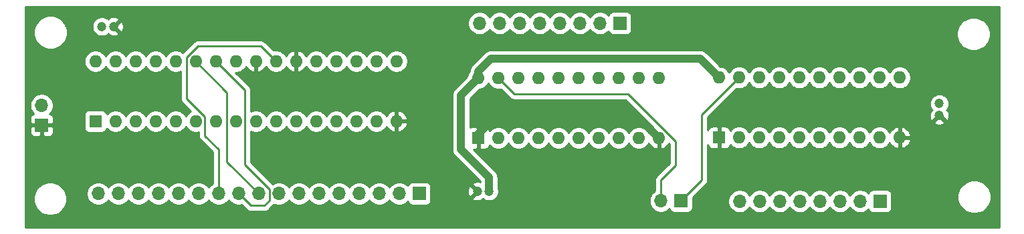
<source format=gbr>
%TF.GenerationSoftware,KiCad,Pcbnew,(5.1.9-0-10_14)*%
%TF.CreationDate,2021-04-21T20:43:37-04:00*%
%TF.ProjectId,RAM,52414d2e-6b69-4636-9164-5f7063625858,rev?*%
%TF.SameCoordinates,Original*%
%TF.FileFunction,Copper,L2,Bot*%
%TF.FilePolarity,Positive*%
%FSLAX46Y46*%
G04 Gerber Fmt 4.6, Leading zero omitted, Abs format (unit mm)*
G04 Created by KiCad (PCBNEW (5.1.9-0-10_14)) date 2021-04-21 20:43:37*
%MOMM*%
%LPD*%
G01*
G04 APERTURE LIST*
%TA.AperFunction,ComponentPad*%
%ADD10O,1.700000X1.700000*%
%TD*%
%TA.AperFunction,ComponentPad*%
%ADD11R,1.700000X1.700000*%
%TD*%
%TA.AperFunction,ComponentPad*%
%ADD12C,1.200000*%
%TD*%
%TA.AperFunction,ComponentPad*%
%ADD13O,1.600000X1.600000*%
%TD*%
%TA.AperFunction,ComponentPad*%
%ADD14R,1.600000X1.600000*%
%TD*%
%TA.AperFunction,Conductor*%
%ADD15C,1.000000*%
%TD*%
%TA.AperFunction,Conductor*%
%ADD16C,0.250000*%
%TD*%
%TA.AperFunction,Conductor*%
%ADD17C,0.254000*%
%TD*%
%TA.AperFunction,Conductor*%
%ADD18C,0.100000*%
%TD*%
G04 APERTURE END LIST*
D10*
%TO.P,J4,2*%
%TO.N,/WRITE*%
X125628400Y-77419200D03*
D11*
%TO.P,J4,1*%
%TO.N,/OUT_EN*%
X128168400Y-77419200D03*
%TD*%
D12*
%TO.P,C2,2*%
%TO.N,GND*%
X102386000Y-76200000D03*
%TO.P,C2,1*%
%TO.N,+5V*%
X103886000Y-76200000D03*
%TD*%
%TO.P,C1,2*%
%TO.N,GND*%
X56364000Y-55270400D03*
%TO.P,C1,1*%
%TO.N,+5V*%
X54864000Y-55270400D03*
%TD*%
%TO.P,C3,2*%
%TO.N,GND*%
X160883600Y-66574800D03*
%TO.P,C3,1*%
%TO.N,+5V*%
X160883600Y-65074800D03*
%TD*%
D10*
%TO.P,J5,8*%
%TO.N,/RAM_OUT1*%
X135585200Y-77470000D03*
%TO.P,J5,7*%
%TO.N,/RAM_OUT2*%
X138125200Y-77470000D03*
%TO.P,J5,6*%
%TO.N,/RAM_OUT3*%
X140665200Y-77470000D03*
%TO.P,J5,5*%
%TO.N,/RAM_OUT4*%
X143205200Y-77470000D03*
%TO.P,J5,4*%
%TO.N,/RAM_OUT5*%
X145745200Y-77470000D03*
%TO.P,J5,3*%
%TO.N,/RAM_OUT6*%
X148285200Y-77470000D03*
%TO.P,J5,2*%
%TO.N,/RAM_OUT7*%
X150825200Y-77470000D03*
D11*
%TO.P,J5,1*%
%TO.N,/RAM_OUT8*%
X153365200Y-77470000D03*
%TD*%
D10*
%TO.P,J3,8*%
%TO.N,/IN1*%
X102666800Y-54864000D03*
%TO.P,J3,7*%
%TO.N,/IN2*%
X105206800Y-54864000D03*
%TO.P,J3,6*%
%TO.N,/IN3*%
X107746800Y-54864000D03*
%TO.P,J3,5*%
%TO.N,/IN4*%
X110286800Y-54864000D03*
%TO.P,J3,4*%
%TO.N,/IN5*%
X112826800Y-54864000D03*
%TO.P,J3,3*%
%TO.N,/IN6*%
X115366800Y-54864000D03*
%TO.P,J3,2*%
%TO.N,/IN7*%
X117906800Y-54864000D03*
D11*
%TO.P,J3,1*%
%TO.N,/IN8*%
X120446800Y-54864000D03*
%TD*%
D13*
%TO.P,U15,20*%
%TO.N,+5V*%
X132994400Y-61772800D03*
%TO.P,U15,10*%
%TO.N,GND*%
X155854400Y-69392800D03*
%TO.P,U15,19*%
%TO.N,/OUT_EN*%
X135534400Y-61772800D03*
%TO.P,U15,9*%
%TO.N,/RAM_OUT8*%
X153314400Y-69392800D03*
%TO.P,U15,18*%
%TO.N,Net-(U14-Pad2)*%
X138074400Y-61772800D03*
%TO.P,U15,8*%
%TO.N,/RAM_OUT7*%
X150774400Y-69392800D03*
%TO.P,U15,17*%
%TO.N,Net-(U14-Pad3)*%
X140614400Y-61772800D03*
%TO.P,U15,7*%
%TO.N,/RAM_OUT6*%
X148234400Y-69392800D03*
%TO.P,U15,16*%
%TO.N,Net-(U14-Pad4)*%
X143154400Y-61772800D03*
%TO.P,U15,6*%
%TO.N,/RAM_OUT5*%
X145694400Y-69392800D03*
%TO.P,U15,15*%
%TO.N,Net-(U14-Pad5)*%
X145694400Y-61772800D03*
%TO.P,U15,5*%
%TO.N,/RAM_OUT4*%
X143154400Y-69392800D03*
%TO.P,U15,14*%
%TO.N,Net-(U14-Pad6)*%
X148234400Y-61772800D03*
%TO.P,U15,4*%
%TO.N,/RAM_OUT3*%
X140614400Y-69392800D03*
%TO.P,U15,13*%
%TO.N,Net-(U14-Pad7)*%
X150774400Y-61772800D03*
%TO.P,U15,3*%
%TO.N,/RAM_OUT2*%
X138074400Y-69392800D03*
%TO.P,U15,12*%
%TO.N,Net-(U14-Pad8)*%
X153314400Y-61772800D03*
%TO.P,U15,2*%
%TO.N,/RAM_OUT1*%
X135534400Y-69392800D03*
%TO.P,U15,11*%
%TO.N,Net-(U14-Pad9)*%
X155854400Y-61772800D03*
D14*
%TO.P,U15,1*%
%TO.N,GND*%
X132994400Y-69392800D03*
%TD*%
D13*
%TO.P,U14,20*%
%TO.N,+5V*%
X102514400Y-61823600D03*
%TO.P,U14,10*%
%TO.N,GND*%
X125374400Y-69443600D03*
%TO.P,U14,19*%
%TO.N,/WRITE*%
X105054400Y-61823600D03*
%TO.P,U14,9*%
%TO.N,Net-(U14-Pad9)*%
X122834400Y-69443600D03*
%TO.P,U14,18*%
%TO.N,/IN1*%
X107594400Y-61823600D03*
%TO.P,U14,8*%
%TO.N,Net-(U14-Pad8)*%
X120294400Y-69443600D03*
%TO.P,U14,17*%
%TO.N,/IN2*%
X110134400Y-61823600D03*
%TO.P,U14,7*%
%TO.N,Net-(U14-Pad7)*%
X117754400Y-69443600D03*
%TO.P,U14,16*%
%TO.N,/IN3*%
X112674400Y-61823600D03*
%TO.P,U14,6*%
%TO.N,Net-(U14-Pad6)*%
X115214400Y-69443600D03*
%TO.P,U14,15*%
%TO.N,/IN4*%
X115214400Y-61823600D03*
%TO.P,U14,5*%
%TO.N,Net-(U14-Pad5)*%
X112674400Y-69443600D03*
%TO.P,U14,14*%
%TO.N,/IN5*%
X117754400Y-61823600D03*
%TO.P,U14,4*%
%TO.N,Net-(U14-Pad4)*%
X110134400Y-69443600D03*
%TO.P,U14,13*%
%TO.N,/IN6*%
X120294400Y-61823600D03*
%TO.P,U14,3*%
%TO.N,Net-(U14-Pad3)*%
X107594400Y-69443600D03*
%TO.P,U14,12*%
%TO.N,/IN7*%
X122834400Y-61823600D03*
%TO.P,U14,2*%
%TO.N,Net-(U14-Pad2)*%
X105054400Y-69443600D03*
%TO.P,U14,11*%
%TO.N,/IN8*%
X125374400Y-61823600D03*
D14*
%TO.P,U14,1*%
%TO.N,GND*%
X102514400Y-69443600D03*
%TD*%
D13*
%TO.P,U6,32*%
%TO.N,+5V*%
X54051200Y-59690000D03*
%TO.P,U6,16*%
%TO.N,GND*%
X92151200Y-67310000D03*
%TO.P,U6,31*%
%TO.N,/A16*%
X56591200Y-59690000D03*
%TO.P,U6,15*%
%TO.N,Net-(U14-Pad4)*%
X89611200Y-67310000D03*
%TO.P,U6,30*%
%TO.N,+5V*%
X59131200Y-59690000D03*
%TO.P,U6,14*%
%TO.N,Net-(U14-Pad3)*%
X87071200Y-67310000D03*
%TO.P,U6,29*%
%TO.N,/WRITE*%
X61671200Y-59690000D03*
%TO.P,U6,13*%
%TO.N,Net-(U14-Pad2)*%
X84531200Y-67310000D03*
%TO.P,U6,28*%
%TO.N,/A14*%
X64211200Y-59690000D03*
%TO.P,U6,12*%
%TO.N,/A1*%
X81991200Y-67310000D03*
%TO.P,U6,27*%
%TO.N,/A9*%
X66751200Y-59690000D03*
%TO.P,U6,11*%
%TO.N,/A2*%
X79451200Y-67310000D03*
%TO.P,U6,26*%
%TO.N,/A10*%
X69291200Y-59690000D03*
%TO.P,U6,10*%
%TO.N,/A3*%
X76911200Y-67310000D03*
%TO.P,U6,25*%
%TO.N,/A12*%
X71831200Y-59690000D03*
%TO.P,U6,9*%
%TO.N,/A4*%
X74371200Y-67310000D03*
%TO.P,U6,24*%
%TO.N,GND*%
X74371200Y-59690000D03*
%TO.P,U6,8*%
%TO.N,/A5*%
X71831200Y-67310000D03*
%TO.P,U6,23*%
%TO.N,/A11*%
X76911200Y-59690000D03*
%TO.P,U6,7*%
%TO.N,/A6*%
X69291200Y-67310000D03*
%TO.P,U6,22*%
%TO.N,GND*%
X79451200Y-59690000D03*
%TO.P,U6,6*%
%TO.N,/A7*%
X66751200Y-67310000D03*
%TO.P,U6,21*%
%TO.N,Net-(U14-Pad9)*%
X81991200Y-59690000D03*
%TO.P,U6,5*%
%TO.N,/A8*%
X64211200Y-67310000D03*
%TO.P,U6,20*%
%TO.N,Net-(U14-Pad8)*%
X84531200Y-59690000D03*
%TO.P,U6,4*%
%TO.N,/A13*%
X61671200Y-67310000D03*
%TO.P,U6,19*%
%TO.N,Net-(U14-Pad7)*%
X87071200Y-59690000D03*
%TO.P,U6,3*%
%TO.N,/A15*%
X59131200Y-67310000D03*
%TO.P,U6,18*%
%TO.N,Net-(U14-Pad6)*%
X89611200Y-59690000D03*
%TO.P,U6,2*%
%TO.N,/A17*%
X56591200Y-67310000D03*
%TO.P,U6,17*%
%TO.N,Net-(U14-Pad5)*%
X92151200Y-59690000D03*
D14*
%TO.P,U6,1*%
%TO.N,Net-(U6-Pad1)*%
X54051200Y-67310000D03*
%TD*%
D10*
%TO.P,J2,17*%
%TO.N,/A17*%
X54406800Y-76504800D03*
%TO.P,J2,16*%
%TO.N,/A16*%
X56946800Y-76504800D03*
%TO.P,J2,15*%
%TO.N,/A15*%
X59486800Y-76504800D03*
%TO.P,J2,14*%
%TO.N,/A14*%
X62026800Y-76504800D03*
%TO.P,J2,13*%
%TO.N,/A13*%
X64566800Y-76504800D03*
%TO.P,J2,12*%
%TO.N,/A12*%
X67106800Y-76504800D03*
%TO.P,J2,11*%
%TO.N,/A11*%
X69646800Y-76504800D03*
%TO.P,J2,10*%
%TO.N,/A10*%
X72186800Y-76504800D03*
%TO.P,J2,9*%
%TO.N,/A9*%
X74726800Y-76504800D03*
%TO.P,J2,8*%
%TO.N,/A8*%
X77266800Y-76504800D03*
%TO.P,J2,7*%
%TO.N,/A7*%
X79806800Y-76504800D03*
%TO.P,J2,6*%
%TO.N,/A6*%
X82346800Y-76504800D03*
%TO.P,J2,5*%
%TO.N,/A5*%
X84886800Y-76504800D03*
%TO.P,J2,4*%
%TO.N,/A4*%
X87426800Y-76504800D03*
%TO.P,J2,3*%
%TO.N,/A3*%
X89966800Y-76504800D03*
%TO.P,J2,2*%
%TO.N,/A2*%
X92506800Y-76504800D03*
D11*
%TO.P,J2,1*%
%TO.N,/A1*%
X95046800Y-76504800D03*
%TD*%
D10*
%TO.P,J1,2*%
%TO.N,+5V*%
X47244000Y-65278000D03*
D11*
%TO.P,J1,1*%
%TO.N,GND*%
X47244000Y-67818000D03*
%TD*%
D15*
%TO.N,GND*%
X125374400Y-69443600D02*
X123037600Y-67106800D01*
X123037600Y-67106800D02*
X104343200Y-67106800D01*
D16*
X102514400Y-68935600D02*
X102514400Y-69443600D01*
D15*
X104343200Y-67106800D02*
X102514400Y-68935600D01*
%TO.N,+5V*%
X102514400Y-61823600D02*
X100330000Y-64008000D01*
X100330000Y-64008000D02*
X100330000Y-70916800D01*
X103886000Y-74472800D02*
X103886000Y-76200000D01*
X100330000Y-70916800D02*
X103886000Y-74472800D01*
X132994400Y-61772800D02*
X130606800Y-59385200D01*
X130606800Y-59385200D02*
X104140000Y-59385200D01*
D16*
X102514400Y-61010800D02*
X102514400Y-61823600D01*
D15*
X104140000Y-59385200D02*
X102514400Y-61010800D01*
D16*
%TO.N,/A11*%
X76911200Y-59690000D02*
X74980800Y-57759600D01*
X67016598Y-57759600D02*
X65582800Y-59193398D01*
X74980800Y-57759600D02*
X67016598Y-57759600D01*
X67876201Y-66769999D02*
X67876201Y-69146201D01*
X65582800Y-64476598D02*
X67876201Y-66769999D01*
X65582800Y-59193398D02*
X65582800Y-64476598D01*
X69646800Y-70916800D02*
X69646800Y-76504800D01*
X67876201Y-69146201D02*
X69646800Y-70916800D01*
%TO.N,/A10*%
X72956201Y-63355001D02*
X72956201Y-72803801D01*
X69291200Y-59690000D02*
X72956201Y-63355001D01*
X76091799Y-75939399D02*
X76091799Y-77375001D01*
X72956201Y-72803801D02*
X76091799Y-75939399D01*
X76091799Y-77375001D02*
X75438000Y-78028800D01*
X73710800Y-78028800D02*
X72186800Y-76504800D01*
X75438000Y-78028800D02*
X73710800Y-78028800D01*
%TO.N,/A9*%
X70706199Y-72484199D02*
X74726800Y-76504800D01*
X66751200Y-59690000D02*
X70706199Y-63644999D01*
X70706199Y-63644999D02*
X70706199Y-72484199D01*
%TO.N,/WRITE*%
X125628400Y-77419200D02*
X125628400Y-74777600D01*
X125628400Y-74777600D02*
X127457200Y-72948800D01*
X127457200Y-69861398D02*
X121451402Y-63855600D01*
X127457200Y-72948800D02*
X127457200Y-69861398D01*
X107086400Y-63855600D02*
X105054400Y-61823600D01*
X121451402Y-63855600D02*
X107086400Y-63855600D01*
%TO.N,/OUT_EN*%
X128676400Y-77419200D02*
X128168400Y-77419200D01*
X130810000Y-66497200D02*
X130810000Y-74777600D01*
X130810000Y-74777600D02*
X128168400Y-77419200D01*
X135534400Y-61772800D02*
X130810000Y-66497200D01*
%TD*%
D17*
%TO.N,GND*%
X168428201Y-79061944D02*
X168428200Y-79061954D01*
X168428201Y-80798200D01*
X45185800Y-80798200D01*
X45185800Y-76954921D01*
X46175800Y-76954921D01*
X46175800Y-77375479D01*
X46257847Y-77787956D01*
X46418788Y-78176502D01*
X46652437Y-78526183D01*
X46949817Y-78823563D01*
X47299498Y-79057212D01*
X47688044Y-79218153D01*
X48100521Y-79300200D01*
X48521079Y-79300200D01*
X48933556Y-79218153D01*
X49322102Y-79057212D01*
X49671783Y-78823563D01*
X49969163Y-78526183D01*
X50202812Y-78176502D01*
X50363753Y-77787956D01*
X50445800Y-77375479D01*
X50445800Y-76954921D01*
X50363753Y-76542444D01*
X50202812Y-76153898D01*
X49969163Y-75804217D01*
X49671783Y-75506837D01*
X49322102Y-75273188D01*
X48933556Y-75112247D01*
X48521079Y-75030200D01*
X48100521Y-75030200D01*
X47688044Y-75112247D01*
X47299498Y-75273188D01*
X46949817Y-75506837D01*
X46652437Y-75804217D01*
X46418788Y-76153898D01*
X46257847Y-76542444D01*
X46175800Y-76954921D01*
X45185800Y-76954921D01*
X45185800Y-68668000D01*
X45755928Y-68668000D01*
X45768188Y-68792482D01*
X45804498Y-68912180D01*
X45863463Y-69022494D01*
X45942815Y-69119185D01*
X46039506Y-69198537D01*
X46149820Y-69257502D01*
X46269518Y-69293812D01*
X46394000Y-69306072D01*
X46958250Y-69303000D01*
X47117000Y-69144250D01*
X47117000Y-67945000D01*
X47371000Y-67945000D01*
X47371000Y-69144250D01*
X47529750Y-69303000D01*
X48094000Y-69306072D01*
X48218482Y-69293812D01*
X48338180Y-69257502D01*
X48448494Y-69198537D01*
X48545185Y-69119185D01*
X48624537Y-69022494D01*
X48683502Y-68912180D01*
X48719812Y-68792482D01*
X48732072Y-68668000D01*
X48729000Y-68103750D01*
X48570250Y-67945000D01*
X47371000Y-67945000D01*
X47117000Y-67945000D01*
X45917750Y-67945000D01*
X45759000Y-68103750D01*
X45755928Y-68668000D01*
X45185800Y-68668000D01*
X45185800Y-66968000D01*
X45755928Y-66968000D01*
X45759000Y-67532250D01*
X45917750Y-67691000D01*
X47117000Y-67691000D01*
X47117000Y-67671000D01*
X47371000Y-67671000D01*
X47371000Y-67691000D01*
X48570250Y-67691000D01*
X48729000Y-67532250D01*
X48732072Y-66968000D01*
X48719812Y-66843518D01*
X48683502Y-66723820D01*
X48624537Y-66613506D01*
X48545185Y-66516815D01*
X48536881Y-66510000D01*
X52613128Y-66510000D01*
X52613128Y-68110000D01*
X52625388Y-68234482D01*
X52661698Y-68354180D01*
X52720663Y-68464494D01*
X52800015Y-68561185D01*
X52896706Y-68640537D01*
X53007020Y-68699502D01*
X53126718Y-68735812D01*
X53251200Y-68748072D01*
X54851200Y-68748072D01*
X54975682Y-68735812D01*
X55095380Y-68699502D01*
X55205694Y-68640537D01*
X55302385Y-68561185D01*
X55381737Y-68464494D01*
X55440702Y-68354180D01*
X55477012Y-68234482D01*
X55477843Y-68226039D01*
X55676441Y-68424637D01*
X55911473Y-68581680D01*
X56172626Y-68689853D01*
X56449865Y-68745000D01*
X56732535Y-68745000D01*
X57009774Y-68689853D01*
X57270927Y-68581680D01*
X57505959Y-68424637D01*
X57705837Y-68224759D01*
X57861200Y-67992241D01*
X58016563Y-68224759D01*
X58216441Y-68424637D01*
X58451473Y-68581680D01*
X58712626Y-68689853D01*
X58989865Y-68745000D01*
X59272535Y-68745000D01*
X59549774Y-68689853D01*
X59810927Y-68581680D01*
X60045959Y-68424637D01*
X60245837Y-68224759D01*
X60401200Y-67992241D01*
X60556563Y-68224759D01*
X60756441Y-68424637D01*
X60991473Y-68581680D01*
X61252626Y-68689853D01*
X61529865Y-68745000D01*
X61812535Y-68745000D01*
X62089774Y-68689853D01*
X62350927Y-68581680D01*
X62585959Y-68424637D01*
X62785837Y-68224759D01*
X62941200Y-67992241D01*
X63096563Y-68224759D01*
X63296441Y-68424637D01*
X63531473Y-68581680D01*
X63792626Y-68689853D01*
X64069865Y-68745000D01*
X64352535Y-68745000D01*
X64629774Y-68689853D01*
X64890927Y-68581680D01*
X65125959Y-68424637D01*
X65325837Y-68224759D01*
X65481200Y-67992241D01*
X65636563Y-68224759D01*
X65836441Y-68424637D01*
X66071473Y-68581680D01*
X66332626Y-68689853D01*
X66609865Y-68745000D01*
X66892535Y-68745000D01*
X67116202Y-68700509D01*
X67116202Y-69108869D01*
X67112525Y-69146201D01*
X67116202Y-69183534D01*
X67127199Y-69295187D01*
X67135150Y-69321397D01*
X67170655Y-69438447D01*
X67241227Y-69570477D01*
X67253093Y-69584935D01*
X67336201Y-69686202D01*
X67365199Y-69710000D01*
X68886800Y-71231602D01*
X68886801Y-75226621D01*
X68700168Y-75351325D01*
X68493325Y-75558168D01*
X68376800Y-75732560D01*
X68260275Y-75558168D01*
X68053432Y-75351325D01*
X67810211Y-75188810D01*
X67539958Y-75076868D01*
X67253060Y-75019800D01*
X66960540Y-75019800D01*
X66673642Y-75076868D01*
X66403389Y-75188810D01*
X66160168Y-75351325D01*
X65953325Y-75558168D01*
X65836800Y-75732560D01*
X65720275Y-75558168D01*
X65513432Y-75351325D01*
X65270211Y-75188810D01*
X64999958Y-75076868D01*
X64713060Y-75019800D01*
X64420540Y-75019800D01*
X64133642Y-75076868D01*
X63863389Y-75188810D01*
X63620168Y-75351325D01*
X63413325Y-75558168D01*
X63296800Y-75732560D01*
X63180275Y-75558168D01*
X62973432Y-75351325D01*
X62730211Y-75188810D01*
X62459958Y-75076868D01*
X62173060Y-75019800D01*
X61880540Y-75019800D01*
X61593642Y-75076868D01*
X61323389Y-75188810D01*
X61080168Y-75351325D01*
X60873325Y-75558168D01*
X60756800Y-75732560D01*
X60640275Y-75558168D01*
X60433432Y-75351325D01*
X60190211Y-75188810D01*
X59919958Y-75076868D01*
X59633060Y-75019800D01*
X59340540Y-75019800D01*
X59053642Y-75076868D01*
X58783389Y-75188810D01*
X58540168Y-75351325D01*
X58333325Y-75558168D01*
X58216800Y-75732560D01*
X58100275Y-75558168D01*
X57893432Y-75351325D01*
X57650211Y-75188810D01*
X57379958Y-75076868D01*
X57093060Y-75019800D01*
X56800540Y-75019800D01*
X56513642Y-75076868D01*
X56243389Y-75188810D01*
X56000168Y-75351325D01*
X55793325Y-75558168D01*
X55676800Y-75732560D01*
X55560275Y-75558168D01*
X55353432Y-75351325D01*
X55110211Y-75188810D01*
X54839958Y-75076868D01*
X54553060Y-75019800D01*
X54260540Y-75019800D01*
X53973642Y-75076868D01*
X53703389Y-75188810D01*
X53460168Y-75351325D01*
X53253325Y-75558168D01*
X53090810Y-75801389D01*
X52978868Y-76071642D01*
X52921800Y-76358540D01*
X52921800Y-76651060D01*
X52978868Y-76937958D01*
X53090810Y-77208211D01*
X53253325Y-77451432D01*
X53460168Y-77658275D01*
X53703389Y-77820790D01*
X53973642Y-77932732D01*
X54260540Y-77989800D01*
X54553060Y-77989800D01*
X54839958Y-77932732D01*
X55110211Y-77820790D01*
X55353432Y-77658275D01*
X55560275Y-77451432D01*
X55676800Y-77277040D01*
X55793325Y-77451432D01*
X56000168Y-77658275D01*
X56243389Y-77820790D01*
X56513642Y-77932732D01*
X56800540Y-77989800D01*
X57093060Y-77989800D01*
X57379958Y-77932732D01*
X57650211Y-77820790D01*
X57893432Y-77658275D01*
X58100275Y-77451432D01*
X58216800Y-77277040D01*
X58333325Y-77451432D01*
X58540168Y-77658275D01*
X58783389Y-77820790D01*
X59053642Y-77932732D01*
X59340540Y-77989800D01*
X59633060Y-77989800D01*
X59919958Y-77932732D01*
X60190211Y-77820790D01*
X60433432Y-77658275D01*
X60640275Y-77451432D01*
X60756800Y-77277040D01*
X60873325Y-77451432D01*
X61080168Y-77658275D01*
X61323389Y-77820790D01*
X61593642Y-77932732D01*
X61880540Y-77989800D01*
X62173060Y-77989800D01*
X62459958Y-77932732D01*
X62730211Y-77820790D01*
X62973432Y-77658275D01*
X63180275Y-77451432D01*
X63296800Y-77277040D01*
X63413325Y-77451432D01*
X63620168Y-77658275D01*
X63863389Y-77820790D01*
X64133642Y-77932732D01*
X64420540Y-77989800D01*
X64713060Y-77989800D01*
X64999958Y-77932732D01*
X65270211Y-77820790D01*
X65513432Y-77658275D01*
X65720275Y-77451432D01*
X65836800Y-77277040D01*
X65953325Y-77451432D01*
X66160168Y-77658275D01*
X66403389Y-77820790D01*
X66673642Y-77932732D01*
X66960540Y-77989800D01*
X67253060Y-77989800D01*
X67539958Y-77932732D01*
X67810211Y-77820790D01*
X68053432Y-77658275D01*
X68260275Y-77451432D01*
X68376800Y-77277040D01*
X68493325Y-77451432D01*
X68700168Y-77658275D01*
X68943389Y-77820790D01*
X69213642Y-77932732D01*
X69500540Y-77989800D01*
X69793060Y-77989800D01*
X70079958Y-77932732D01*
X70350211Y-77820790D01*
X70593432Y-77658275D01*
X70800275Y-77451432D01*
X70916800Y-77277040D01*
X71033325Y-77451432D01*
X71240168Y-77658275D01*
X71483389Y-77820790D01*
X71753642Y-77932732D01*
X72040540Y-77989800D01*
X72333060Y-77989800D01*
X72553207Y-77946010D01*
X73147005Y-78539808D01*
X73170799Y-78568801D01*
X73199792Y-78592595D01*
X73199796Y-78592599D01*
X73237419Y-78623475D01*
X73286524Y-78663774D01*
X73418553Y-78734346D01*
X73561814Y-78777803D01*
X73673467Y-78788800D01*
X73673476Y-78788800D01*
X73710799Y-78792476D01*
X73748122Y-78788800D01*
X75400678Y-78788800D01*
X75438000Y-78792476D01*
X75475322Y-78788800D01*
X75475333Y-78788800D01*
X75586986Y-78777803D01*
X75730247Y-78734346D01*
X75862276Y-78663774D01*
X75978001Y-78568801D01*
X76001803Y-78539798D01*
X76602807Y-77938796D01*
X76631800Y-77915002D01*
X76655594Y-77886009D01*
X76655598Y-77886005D01*
X76672148Y-77865839D01*
X76833642Y-77932732D01*
X77120540Y-77989800D01*
X77413060Y-77989800D01*
X77699958Y-77932732D01*
X77970211Y-77820790D01*
X78213432Y-77658275D01*
X78420275Y-77451432D01*
X78536800Y-77277040D01*
X78653325Y-77451432D01*
X78860168Y-77658275D01*
X79103389Y-77820790D01*
X79373642Y-77932732D01*
X79660540Y-77989800D01*
X79953060Y-77989800D01*
X80239958Y-77932732D01*
X80510211Y-77820790D01*
X80753432Y-77658275D01*
X80960275Y-77451432D01*
X81076800Y-77277040D01*
X81193325Y-77451432D01*
X81400168Y-77658275D01*
X81643389Y-77820790D01*
X81913642Y-77932732D01*
X82200540Y-77989800D01*
X82493060Y-77989800D01*
X82779958Y-77932732D01*
X83050211Y-77820790D01*
X83293432Y-77658275D01*
X83500275Y-77451432D01*
X83616800Y-77277040D01*
X83733325Y-77451432D01*
X83940168Y-77658275D01*
X84183389Y-77820790D01*
X84453642Y-77932732D01*
X84740540Y-77989800D01*
X85033060Y-77989800D01*
X85319958Y-77932732D01*
X85590211Y-77820790D01*
X85833432Y-77658275D01*
X86040275Y-77451432D01*
X86156800Y-77277040D01*
X86273325Y-77451432D01*
X86480168Y-77658275D01*
X86723389Y-77820790D01*
X86993642Y-77932732D01*
X87280540Y-77989800D01*
X87573060Y-77989800D01*
X87859958Y-77932732D01*
X88130211Y-77820790D01*
X88373432Y-77658275D01*
X88580275Y-77451432D01*
X88696800Y-77277040D01*
X88813325Y-77451432D01*
X89020168Y-77658275D01*
X89263389Y-77820790D01*
X89533642Y-77932732D01*
X89820540Y-77989800D01*
X90113060Y-77989800D01*
X90399958Y-77932732D01*
X90670211Y-77820790D01*
X90913432Y-77658275D01*
X91120275Y-77451432D01*
X91236800Y-77277040D01*
X91353325Y-77451432D01*
X91560168Y-77658275D01*
X91803389Y-77820790D01*
X92073642Y-77932732D01*
X92360540Y-77989800D01*
X92653060Y-77989800D01*
X92939958Y-77932732D01*
X93210211Y-77820790D01*
X93453432Y-77658275D01*
X93585287Y-77526420D01*
X93607298Y-77598980D01*
X93666263Y-77709294D01*
X93745615Y-77805985D01*
X93842306Y-77885337D01*
X93952620Y-77944302D01*
X94072318Y-77980612D01*
X94196800Y-77992872D01*
X95896800Y-77992872D01*
X96021282Y-77980612D01*
X96140980Y-77944302D01*
X96251294Y-77885337D01*
X96347985Y-77805985D01*
X96427337Y-77709294D01*
X96486302Y-77598980D01*
X96522612Y-77479282D01*
X96534872Y-77354800D01*
X96534872Y-76278438D01*
X101147505Y-76278438D01*
X101186605Y-76518549D01*
X101271798Y-76746418D01*
X101312652Y-76822852D01*
X101536236Y-76870159D01*
X102206395Y-76200000D01*
X101536236Y-75529841D01*
X101312652Y-75577148D01*
X101211763Y-75798516D01*
X101156000Y-76035313D01*
X101147505Y-76278438D01*
X96534872Y-76278438D01*
X96534872Y-75654800D01*
X96522612Y-75530318D01*
X96486302Y-75410620D01*
X96427337Y-75300306D01*
X96347985Y-75203615D01*
X96251294Y-75124263D01*
X96140980Y-75065298D01*
X96021282Y-75028988D01*
X95896800Y-75016728D01*
X94196800Y-75016728D01*
X94072318Y-75028988D01*
X93952620Y-75065298D01*
X93842306Y-75124263D01*
X93745615Y-75203615D01*
X93666263Y-75300306D01*
X93607298Y-75410620D01*
X93585287Y-75483180D01*
X93453432Y-75351325D01*
X93210211Y-75188810D01*
X92939958Y-75076868D01*
X92653060Y-75019800D01*
X92360540Y-75019800D01*
X92073642Y-75076868D01*
X91803389Y-75188810D01*
X91560168Y-75351325D01*
X91353325Y-75558168D01*
X91236800Y-75732560D01*
X91120275Y-75558168D01*
X90913432Y-75351325D01*
X90670211Y-75188810D01*
X90399958Y-75076868D01*
X90113060Y-75019800D01*
X89820540Y-75019800D01*
X89533642Y-75076868D01*
X89263389Y-75188810D01*
X89020168Y-75351325D01*
X88813325Y-75558168D01*
X88696800Y-75732560D01*
X88580275Y-75558168D01*
X88373432Y-75351325D01*
X88130211Y-75188810D01*
X87859958Y-75076868D01*
X87573060Y-75019800D01*
X87280540Y-75019800D01*
X86993642Y-75076868D01*
X86723389Y-75188810D01*
X86480168Y-75351325D01*
X86273325Y-75558168D01*
X86156800Y-75732560D01*
X86040275Y-75558168D01*
X85833432Y-75351325D01*
X85590211Y-75188810D01*
X85319958Y-75076868D01*
X85033060Y-75019800D01*
X84740540Y-75019800D01*
X84453642Y-75076868D01*
X84183389Y-75188810D01*
X83940168Y-75351325D01*
X83733325Y-75558168D01*
X83616800Y-75732560D01*
X83500275Y-75558168D01*
X83293432Y-75351325D01*
X83050211Y-75188810D01*
X82779958Y-75076868D01*
X82493060Y-75019800D01*
X82200540Y-75019800D01*
X81913642Y-75076868D01*
X81643389Y-75188810D01*
X81400168Y-75351325D01*
X81193325Y-75558168D01*
X81076800Y-75732560D01*
X80960275Y-75558168D01*
X80753432Y-75351325D01*
X80510211Y-75188810D01*
X80239958Y-75076868D01*
X79953060Y-75019800D01*
X79660540Y-75019800D01*
X79373642Y-75076868D01*
X79103389Y-75188810D01*
X78860168Y-75351325D01*
X78653325Y-75558168D01*
X78536800Y-75732560D01*
X78420275Y-75558168D01*
X78213432Y-75351325D01*
X77970211Y-75188810D01*
X77699958Y-75076868D01*
X77413060Y-75019800D01*
X77120540Y-75019800D01*
X76833642Y-75076868D01*
X76563389Y-75188810D01*
X76475043Y-75247841D01*
X73716201Y-72489000D01*
X73716201Y-68591923D01*
X73952626Y-68689853D01*
X74229865Y-68745000D01*
X74512535Y-68745000D01*
X74789774Y-68689853D01*
X75050927Y-68581680D01*
X75285959Y-68424637D01*
X75485837Y-68224759D01*
X75641200Y-67992241D01*
X75796563Y-68224759D01*
X75996441Y-68424637D01*
X76231473Y-68581680D01*
X76492626Y-68689853D01*
X76769865Y-68745000D01*
X77052535Y-68745000D01*
X77329774Y-68689853D01*
X77590927Y-68581680D01*
X77825959Y-68424637D01*
X78025837Y-68224759D01*
X78181200Y-67992241D01*
X78336563Y-68224759D01*
X78536441Y-68424637D01*
X78771473Y-68581680D01*
X79032626Y-68689853D01*
X79309865Y-68745000D01*
X79592535Y-68745000D01*
X79869774Y-68689853D01*
X80130927Y-68581680D01*
X80365959Y-68424637D01*
X80565837Y-68224759D01*
X80721200Y-67992241D01*
X80876563Y-68224759D01*
X81076441Y-68424637D01*
X81311473Y-68581680D01*
X81572626Y-68689853D01*
X81849865Y-68745000D01*
X82132535Y-68745000D01*
X82409774Y-68689853D01*
X82670927Y-68581680D01*
X82905959Y-68424637D01*
X83105837Y-68224759D01*
X83261200Y-67992241D01*
X83416563Y-68224759D01*
X83616441Y-68424637D01*
X83851473Y-68581680D01*
X84112626Y-68689853D01*
X84389865Y-68745000D01*
X84672535Y-68745000D01*
X84949774Y-68689853D01*
X85210927Y-68581680D01*
X85445959Y-68424637D01*
X85645837Y-68224759D01*
X85801200Y-67992241D01*
X85956563Y-68224759D01*
X86156441Y-68424637D01*
X86391473Y-68581680D01*
X86652626Y-68689853D01*
X86929865Y-68745000D01*
X87212535Y-68745000D01*
X87489774Y-68689853D01*
X87750927Y-68581680D01*
X87985959Y-68424637D01*
X88185837Y-68224759D01*
X88341200Y-67992241D01*
X88496563Y-68224759D01*
X88696441Y-68424637D01*
X88931473Y-68581680D01*
X89192626Y-68689853D01*
X89469865Y-68745000D01*
X89752535Y-68745000D01*
X90029774Y-68689853D01*
X90290927Y-68581680D01*
X90525959Y-68424637D01*
X90725837Y-68224759D01*
X90882880Y-67989727D01*
X90887267Y-67979135D01*
X90998815Y-68165131D01*
X91187786Y-68373519D01*
X91413780Y-68541037D01*
X91668113Y-68661246D01*
X91802161Y-68701904D01*
X92024200Y-68579915D01*
X92024200Y-67437000D01*
X92278200Y-67437000D01*
X92278200Y-68579915D01*
X92500239Y-68701904D01*
X92634287Y-68661246D01*
X92888620Y-68541037D01*
X93114614Y-68373519D01*
X93303585Y-68165131D01*
X93448270Y-67923881D01*
X93543109Y-67659040D01*
X93421824Y-67437000D01*
X92278200Y-67437000D01*
X92024200Y-67437000D01*
X92004200Y-67437000D01*
X92004200Y-67183000D01*
X92024200Y-67183000D01*
X92024200Y-66040085D01*
X92278200Y-66040085D01*
X92278200Y-67183000D01*
X93421824Y-67183000D01*
X93543109Y-66960960D01*
X93448270Y-66696119D01*
X93303585Y-66454869D01*
X93114614Y-66246481D01*
X92888620Y-66078963D01*
X92634287Y-65958754D01*
X92500239Y-65918096D01*
X92278200Y-66040085D01*
X92024200Y-66040085D01*
X91802161Y-65918096D01*
X91668113Y-65958754D01*
X91413780Y-66078963D01*
X91187786Y-66246481D01*
X90998815Y-66454869D01*
X90887267Y-66640865D01*
X90882880Y-66630273D01*
X90725837Y-66395241D01*
X90525959Y-66195363D01*
X90290927Y-66038320D01*
X90029774Y-65930147D01*
X89752535Y-65875000D01*
X89469865Y-65875000D01*
X89192626Y-65930147D01*
X88931473Y-66038320D01*
X88696441Y-66195363D01*
X88496563Y-66395241D01*
X88341200Y-66627759D01*
X88185837Y-66395241D01*
X87985959Y-66195363D01*
X87750927Y-66038320D01*
X87489774Y-65930147D01*
X87212535Y-65875000D01*
X86929865Y-65875000D01*
X86652626Y-65930147D01*
X86391473Y-66038320D01*
X86156441Y-66195363D01*
X85956563Y-66395241D01*
X85801200Y-66627759D01*
X85645837Y-66395241D01*
X85445959Y-66195363D01*
X85210927Y-66038320D01*
X84949774Y-65930147D01*
X84672535Y-65875000D01*
X84389865Y-65875000D01*
X84112626Y-65930147D01*
X83851473Y-66038320D01*
X83616441Y-66195363D01*
X83416563Y-66395241D01*
X83261200Y-66627759D01*
X83105837Y-66395241D01*
X82905959Y-66195363D01*
X82670927Y-66038320D01*
X82409774Y-65930147D01*
X82132535Y-65875000D01*
X81849865Y-65875000D01*
X81572626Y-65930147D01*
X81311473Y-66038320D01*
X81076441Y-66195363D01*
X80876563Y-66395241D01*
X80721200Y-66627759D01*
X80565837Y-66395241D01*
X80365959Y-66195363D01*
X80130927Y-66038320D01*
X79869774Y-65930147D01*
X79592535Y-65875000D01*
X79309865Y-65875000D01*
X79032626Y-65930147D01*
X78771473Y-66038320D01*
X78536441Y-66195363D01*
X78336563Y-66395241D01*
X78181200Y-66627759D01*
X78025837Y-66395241D01*
X77825959Y-66195363D01*
X77590927Y-66038320D01*
X77329774Y-65930147D01*
X77052535Y-65875000D01*
X76769865Y-65875000D01*
X76492626Y-65930147D01*
X76231473Y-66038320D01*
X75996441Y-66195363D01*
X75796563Y-66395241D01*
X75641200Y-66627759D01*
X75485837Y-66395241D01*
X75285959Y-66195363D01*
X75050927Y-66038320D01*
X74789774Y-65930147D01*
X74512535Y-65875000D01*
X74229865Y-65875000D01*
X73952626Y-65930147D01*
X73716201Y-66028077D01*
X73716201Y-64008000D01*
X99189509Y-64008000D01*
X99195000Y-64063752D01*
X99195001Y-70861039D01*
X99189509Y-70916800D01*
X99211423Y-71139298D01*
X99276324Y-71353246D01*
X99276325Y-71353247D01*
X99381717Y-71550423D01*
X99523552Y-71723249D01*
X99566860Y-71758791D01*
X102751000Y-74942932D01*
X102751000Y-75017171D01*
X102550687Y-74970000D01*
X102307562Y-74961505D01*
X102067451Y-75000605D01*
X101839582Y-75085798D01*
X101763148Y-75126652D01*
X101715841Y-75350236D01*
X102386000Y-76020395D01*
X102400143Y-76006253D01*
X102579748Y-76185858D01*
X102565605Y-76200000D01*
X102579748Y-76214143D01*
X102400143Y-76393748D01*
X102386000Y-76379605D01*
X101715841Y-77049764D01*
X101763148Y-77273348D01*
X101984516Y-77374237D01*
X102221313Y-77430000D01*
X102464438Y-77438495D01*
X102704549Y-77399395D01*
X102932418Y-77314202D01*
X103008852Y-77273348D01*
X103044467Y-77105021D01*
X103098733Y-77159287D01*
X103301008Y-77294443D01*
X103525764Y-77387540D01*
X103764363Y-77435000D01*
X104007637Y-77435000D01*
X104246236Y-77387540D01*
X104470992Y-77294443D01*
X104673267Y-77159287D01*
X104845287Y-76987267D01*
X104980443Y-76784992D01*
X105073540Y-76560236D01*
X105121000Y-76321637D01*
X105121000Y-76078363D01*
X105073540Y-75839764D01*
X105021000Y-75712921D01*
X105021000Y-74528541D01*
X105026490Y-74472799D01*
X105021000Y-74417057D01*
X105021000Y-74417048D01*
X105004577Y-74250301D01*
X104939676Y-74036353D01*
X104834284Y-73839177D01*
X104692449Y-73666351D01*
X104649141Y-73630809D01*
X101898901Y-70880570D01*
X102228650Y-70878600D01*
X102387400Y-70719850D01*
X102387400Y-69570600D01*
X102367400Y-69570600D01*
X102367400Y-69316600D01*
X102387400Y-69316600D01*
X102387400Y-68167350D01*
X102228650Y-68008600D01*
X101714400Y-68005528D01*
X101589918Y-68017788D01*
X101470220Y-68054098D01*
X101465000Y-68056888D01*
X101465000Y-64478131D01*
X102691682Y-63251450D01*
X102932974Y-63203453D01*
X103194127Y-63095280D01*
X103429159Y-62938237D01*
X103629037Y-62738359D01*
X103784400Y-62505841D01*
X103939763Y-62738359D01*
X104139641Y-62938237D01*
X104374673Y-63095280D01*
X104635826Y-63203453D01*
X104913065Y-63258600D01*
X105195735Y-63258600D01*
X105378286Y-63222288D01*
X106522600Y-64366602D01*
X106546399Y-64395601D01*
X106575397Y-64419399D01*
X106662123Y-64490574D01*
X106705821Y-64513931D01*
X106794153Y-64561146D01*
X106937414Y-64604603D01*
X107049067Y-64615600D01*
X107049077Y-64615600D01*
X107086400Y-64619276D01*
X107123723Y-64615600D01*
X121136601Y-64615600D01*
X124702565Y-68181565D01*
X124636980Y-68212563D01*
X124410986Y-68380081D01*
X124222015Y-68588469D01*
X124110467Y-68774465D01*
X124106080Y-68763873D01*
X123949037Y-68528841D01*
X123749159Y-68328963D01*
X123514127Y-68171920D01*
X123252974Y-68063747D01*
X122975735Y-68008600D01*
X122693065Y-68008600D01*
X122415826Y-68063747D01*
X122154673Y-68171920D01*
X121919641Y-68328963D01*
X121719763Y-68528841D01*
X121564400Y-68761359D01*
X121409037Y-68528841D01*
X121209159Y-68328963D01*
X120974127Y-68171920D01*
X120712974Y-68063747D01*
X120435735Y-68008600D01*
X120153065Y-68008600D01*
X119875826Y-68063747D01*
X119614673Y-68171920D01*
X119379641Y-68328963D01*
X119179763Y-68528841D01*
X119024400Y-68761359D01*
X118869037Y-68528841D01*
X118669159Y-68328963D01*
X118434127Y-68171920D01*
X118172974Y-68063747D01*
X117895735Y-68008600D01*
X117613065Y-68008600D01*
X117335826Y-68063747D01*
X117074673Y-68171920D01*
X116839641Y-68328963D01*
X116639763Y-68528841D01*
X116484400Y-68761359D01*
X116329037Y-68528841D01*
X116129159Y-68328963D01*
X115894127Y-68171920D01*
X115632974Y-68063747D01*
X115355735Y-68008600D01*
X115073065Y-68008600D01*
X114795826Y-68063747D01*
X114534673Y-68171920D01*
X114299641Y-68328963D01*
X114099763Y-68528841D01*
X113944400Y-68761359D01*
X113789037Y-68528841D01*
X113589159Y-68328963D01*
X113354127Y-68171920D01*
X113092974Y-68063747D01*
X112815735Y-68008600D01*
X112533065Y-68008600D01*
X112255826Y-68063747D01*
X111994673Y-68171920D01*
X111759641Y-68328963D01*
X111559763Y-68528841D01*
X111404400Y-68761359D01*
X111249037Y-68528841D01*
X111049159Y-68328963D01*
X110814127Y-68171920D01*
X110552974Y-68063747D01*
X110275735Y-68008600D01*
X109993065Y-68008600D01*
X109715826Y-68063747D01*
X109454673Y-68171920D01*
X109219641Y-68328963D01*
X109019763Y-68528841D01*
X108864400Y-68761359D01*
X108709037Y-68528841D01*
X108509159Y-68328963D01*
X108274127Y-68171920D01*
X108012974Y-68063747D01*
X107735735Y-68008600D01*
X107453065Y-68008600D01*
X107175826Y-68063747D01*
X106914673Y-68171920D01*
X106679641Y-68328963D01*
X106479763Y-68528841D01*
X106324400Y-68761359D01*
X106169037Y-68528841D01*
X105969159Y-68328963D01*
X105734127Y-68171920D01*
X105472974Y-68063747D01*
X105195735Y-68008600D01*
X104913065Y-68008600D01*
X104635826Y-68063747D01*
X104374673Y-68171920D01*
X104139641Y-68328963D01*
X103941043Y-68527561D01*
X103940212Y-68519118D01*
X103903902Y-68399420D01*
X103844937Y-68289106D01*
X103765585Y-68192415D01*
X103668894Y-68113063D01*
X103558580Y-68054098D01*
X103438882Y-68017788D01*
X103314400Y-68005528D01*
X102800150Y-68008600D01*
X102641400Y-68167350D01*
X102641400Y-69316600D01*
X102661400Y-69316600D01*
X102661400Y-69570600D01*
X102641400Y-69570600D01*
X102641400Y-70719850D01*
X102800150Y-70878600D01*
X103314400Y-70881672D01*
X103438882Y-70869412D01*
X103558580Y-70833102D01*
X103668894Y-70774137D01*
X103765585Y-70694785D01*
X103844937Y-70598094D01*
X103903902Y-70487780D01*
X103940212Y-70368082D01*
X103941043Y-70359639D01*
X104139641Y-70558237D01*
X104374673Y-70715280D01*
X104635826Y-70823453D01*
X104913065Y-70878600D01*
X105195735Y-70878600D01*
X105472974Y-70823453D01*
X105734127Y-70715280D01*
X105969159Y-70558237D01*
X106169037Y-70358359D01*
X106324400Y-70125841D01*
X106479763Y-70358359D01*
X106679641Y-70558237D01*
X106914673Y-70715280D01*
X107175826Y-70823453D01*
X107453065Y-70878600D01*
X107735735Y-70878600D01*
X108012974Y-70823453D01*
X108274127Y-70715280D01*
X108509159Y-70558237D01*
X108709037Y-70358359D01*
X108864400Y-70125841D01*
X109019763Y-70358359D01*
X109219641Y-70558237D01*
X109454673Y-70715280D01*
X109715826Y-70823453D01*
X109993065Y-70878600D01*
X110275735Y-70878600D01*
X110552974Y-70823453D01*
X110814127Y-70715280D01*
X111049159Y-70558237D01*
X111249037Y-70358359D01*
X111404400Y-70125841D01*
X111559763Y-70358359D01*
X111759641Y-70558237D01*
X111994673Y-70715280D01*
X112255826Y-70823453D01*
X112533065Y-70878600D01*
X112815735Y-70878600D01*
X113092974Y-70823453D01*
X113354127Y-70715280D01*
X113589159Y-70558237D01*
X113789037Y-70358359D01*
X113944400Y-70125841D01*
X114099763Y-70358359D01*
X114299641Y-70558237D01*
X114534673Y-70715280D01*
X114795826Y-70823453D01*
X115073065Y-70878600D01*
X115355735Y-70878600D01*
X115632974Y-70823453D01*
X115894127Y-70715280D01*
X116129159Y-70558237D01*
X116329037Y-70358359D01*
X116484400Y-70125841D01*
X116639763Y-70358359D01*
X116839641Y-70558237D01*
X117074673Y-70715280D01*
X117335826Y-70823453D01*
X117613065Y-70878600D01*
X117895735Y-70878600D01*
X118172974Y-70823453D01*
X118434127Y-70715280D01*
X118669159Y-70558237D01*
X118869037Y-70358359D01*
X119024400Y-70125841D01*
X119179763Y-70358359D01*
X119379641Y-70558237D01*
X119614673Y-70715280D01*
X119875826Y-70823453D01*
X120153065Y-70878600D01*
X120435735Y-70878600D01*
X120712974Y-70823453D01*
X120974127Y-70715280D01*
X121209159Y-70558237D01*
X121409037Y-70358359D01*
X121564400Y-70125841D01*
X121719763Y-70358359D01*
X121919641Y-70558237D01*
X122154673Y-70715280D01*
X122415826Y-70823453D01*
X122693065Y-70878600D01*
X122975735Y-70878600D01*
X123252974Y-70823453D01*
X123514127Y-70715280D01*
X123749159Y-70558237D01*
X123949037Y-70358359D01*
X124106080Y-70123327D01*
X124110467Y-70112735D01*
X124222015Y-70298731D01*
X124410986Y-70507119D01*
X124636980Y-70674637D01*
X124891313Y-70794846D01*
X125025361Y-70835504D01*
X125247400Y-70713515D01*
X125247400Y-69570600D01*
X125227400Y-69570600D01*
X125227400Y-69316600D01*
X125247400Y-69316600D01*
X125247400Y-69296600D01*
X125501400Y-69296600D01*
X125501400Y-69316600D01*
X125521400Y-69316600D01*
X125521400Y-69570600D01*
X125501400Y-69570600D01*
X125501400Y-70713515D01*
X125723439Y-70835504D01*
X125857487Y-70794846D01*
X126111820Y-70674637D01*
X126337814Y-70507119D01*
X126526785Y-70298731D01*
X126636609Y-70115609D01*
X126697201Y-70176201D01*
X126697200Y-72633998D01*
X125117398Y-74213801D01*
X125088400Y-74237599D01*
X125064602Y-74266597D01*
X125064601Y-74266598D01*
X124993426Y-74353324D01*
X124922854Y-74485354D01*
X124879398Y-74628615D01*
X124864724Y-74777600D01*
X124868401Y-74814932D01*
X124868400Y-76141021D01*
X124681768Y-76265725D01*
X124474925Y-76472568D01*
X124312410Y-76715789D01*
X124200468Y-76986042D01*
X124143400Y-77272940D01*
X124143400Y-77565460D01*
X124200468Y-77852358D01*
X124312410Y-78122611D01*
X124474925Y-78365832D01*
X124681768Y-78572675D01*
X124924989Y-78735190D01*
X125195242Y-78847132D01*
X125482140Y-78904200D01*
X125774660Y-78904200D01*
X126061558Y-78847132D01*
X126331811Y-78735190D01*
X126575032Y-78572675D01*
X126706887Y-78440820D01*
X126728898Y-78513380D01*
X126787863Y-78623694D01*
X126867215Y-78720385D01*
X126963906Y-78799737D01*
X127074220Y-78858702D01*
X127193918Y-78895012D01*
X127318400Y-78907272D01*
X129018400Y-78907272D01*
X129142882Y-78895012D01*
X129262580Y-78858702D01*
X129372894Y-78799737D01*
X129469585Y-78720385D01*
X129548937Y-78623694D01*
X129607902Y-78513380D01*
X129644212Y-78393682D01*
X129656472Y-78269200D01*
X129656472Y-77323740D01*
X134100200Y-77323740D01*
X134100200Y-77616260D01*
X134157268Y-77903158D01*
X134269210Y-78173411D01*
X134431725Y-78416632D01*
X134638568Y-78623475D01*
X134881789Y-78785990D01*
X135152042Y-78897932D01*
X135438940Y-78955000D01*
X135731460Y-78955000D01*
X136018358Y-78897932D01*
X136288611Y-78785990D01*
X136531832Y-78623475D01*
X136738675Y-78416632D01*
X136855200Y-78242240D01*
X136971725Y-78416632D01*
X137178568Y-78623475D01*
X137421789Y-78785990D01*
X137692042Y-78897932D01*
X137978940Y-78955000D01*
X138271460Y-78955000D01*
X138558358Y-78897932D01*
X138828611Y-78785990D01*
X139071832Y-78623475D01*
X139278675Y-78416632D01*
X139395200Y-78242240D01*
X139511725Y-78416632D01*
X139718568Y-78623475D01*
X139961789Y-78785990D01*
X140232042Y-78897932D01*
X140518940Y-78955000D01*
X140811460Y-78955000D01*
X141098358Y-78897932D01*
X141368611Y-78785990D01*
X141611832Y-78623475D01*
X141818675Y-78416632D01*
X141935200Y-78242240D01*
X142051725Y-78416632D01*
X142258568Y-78623475D01*
X142501789Y-78785990D01*
X142772042Y-78897932D01*
X143058940Y-78955000D01*
X143351460Y-78955000D01*
X143638358Y-78897932D01*
X143908611Y-78785990D01*
X144151832Y-78623475D01*
X144358675Y-78416632D01*
X144475200Y-78242240D01*
X144591725Y-78416632D01*
X144798568Y-78623475D01*
X145041789Y-78785990D01*
X145312042Y-78897932D01*
X145598940Y-78955000D01*
X145891460Y-78955000D01*
X146178358Y-78897932D01*
X146448611Y-78785990D01*
X146691832Y-78623475D01*
X146898675Y-78416632D01*
X147015200Y-78242240D01*
X147131725Y-78416632D01*
X147338568Y-78623475D01*
X147581789Y-78785990D01*
X147852042Y-78897932D01*
X148138940Y-78955000D01*
X148431460Y-78955000D01*
X148718358Y-78897932D01*
X148988611Y-78785990D01*
X149231832Y-78623475D01*
X149438675Y-78416632D01*
X149555200Y-78242240D01*
X149671725Y-78416632D01*
X149878568Y-78623475D01*
X150121789Y-78785990D01*
X150392042Y-78897932D01*
X150678940Y-78955000D01*
X150971460Y-78955000D01*
X151258358Y-78897932D01*
X151528611Y-78785990D01*
X151771832Y-78623475D01*
X151903687Y-78491620D01*
X151925698Y-78564180D01*
X151984663Y-78674494D01*
X152064015Y-78771185D01*
X152160706Y-78850537D01*
X152271020Y-78909502D01*
X152390718Y-78945812D01*
X152515200Y-78958072D01*
X154215200Y-78958072D01*
X154339682Y-78945812D01*
X154459380Y-78909502D01*
X154569694Y-78850537D01*
X154666385Y-78771185D01*
X154745737Y-78674494D01*
X154804702Y-78564180D01*
X154841012Y-78444482D01*
X154853272Y-78320000D01*
X154853272Y-76700921D01*
X163168200Y-76700921D01*
X163168200Y-77121479D01*
X163250247Y-77533956D01*
X163411188Y-77922502D01*
X163644837Y-78272183D01*
X163942217Y-78569563D01*
X164291898Y-78803212D01*
X164680444Y-78964153D01*
X165092921Y-79046200D01*
X165513479Y-79046200D01*
X165925956Y-78964153D01*
X166314502Y-78803212D01*
X166664183Y-78569563D01*
X166961563Y-78272183D01*
X167195212Y-77922502D01*
X167356153Y-77533956D01*
X167438200Y-77121479D01*
X167438200Y-76700921D01*
X167356153Y-76288444D01*
X167195212Y-75899898D01*
X166961563Y-75550217D01*
X166664183Y-75252837D01*
X166314502Y-75019188D01*
X165925956Y-74858247D01*
X165513479Y-74776200D01*
X165092921Y-74776200D01*
X164680444Y-74858247D01*
X164291898Y-75019188D01*
X163942217Y-75252837D01*
X163644837Y-75550217D01*
X163411188Y-75899898D01*
X163250247Y-76288444D01*
X163168200Y-76700921D01*
X154853272Y-76700921D01*
X154853272Y-76620000D01*
X154841012Y-76495518D01*
X154804702Y-76375820D01*
X154745737Y-76265506D01*
X154666385Y-76168815D01*
X154569694Y-76089463D01*
X154459380Y-76030498D01*
X154339682Y-75994188D01*
X154215200Y-75981928D01*
X152515200Y-75981928D01*
X152390718Y-75994188D01*
X152271020Y-76030498D01*
X152160706Y-76089463D01*
X152064015Y-76168815D01*
X151984663Y-76265506D01*
X151925698Y-76375820D01*
X151903687Y-76448380D01*
X151771832Y-76316525D01*
X151528611Y-76154010D01*
X151258358Y-76042068D01*
X150971460Y-75985000D01*
X150678940Y-75985000D01*
X150392042Y-76042068D01*
X150121789Y-76154010D01*
X149878568Y-76316525D01*
X149671725Y-76523368D01*
X149555200Y-76697760D01*
X149438675Y-76523368D01*
X149231832Y-76316525D01*
X148988611Y-76154010D01*
X148718358Y-76042068D01*
X148431460Y-75985000D01*
X148138940Y-75985000D01*
X147852042Y-76042068D01*
X147581789Y-76154010D01*
X147338568Y-76316525D01*
X147131725Y-76523368D01*
X147015200Y-76697760D01*
X146898675Y-76523368D01*
X146691832Y-76316525D01*
X146448611Y-76154010D01*
X146178358Y-76042068D01*
X145891460Y-75985000D01*
X145598940Y-75985000D01*
X145312042Y-76042068D01*
X145041789Y-76154010D01*
X144798568Y-76316525D01*
X144591725Y-76523368D01*
X144475200Y-76697760D01*
X144358675Y-76523368D01*
X144151832Y-76316525D01*
X143908611Y-76154010D01*
X143638358Y-76042068D01*
X143351460Y-75985000D01*
X143058940Y-75985000D01*
X142772042Y-76042068D01*
X142501789Y-76154010D01*
X142258568Y-76316525D01*
X142051725Y-76523368D01*
X141935200Y-76697760D01*
X141818675Y-76523368D01*
X141611832Y-76316525D01*
X141368611Y-76154010D01*
X141098358Y-76042068D01*
X140811460Y-75985000D01*
X140518940Y-75985000D01*
X140232042Y-76042068D01*
X139961789Y-76154010D01*
X139718568Y-76316525D01*
X139511725Y-76523368D01*
X139395200Y-76697760D01*
X139278675Y-76523368D01*
X139071832Y-76316525D01*
X138828611Y-76154010D01*
X138558358Y-76042068D01*
X138271460Y-75985000D01*
X137978940Y-75985000D01*
X137692042Y-76042068D01*
X137421789Y-76154010D01*
X137178568Y-76316525D01*
X136971725Y-76523368D01*
X136855200Y-76697760D01*
X136738675Y-76523368D01*
X136531832Y-76316525D01*
X136288611Y-76154010D01*
X136018358Y-76042068D01*
X135731460Y-75985000D01*
X135438940Y-75985000D01*
X135152042Y-76042068D01*
X134881789Y-76154010D01*
X134638568Y-76316525D01*
X134431725Y-76523368D01*
X134269210Y-76766589D01*
X134157268Y-77036842D01*
X134100200Y-77323740D01*
X129656472Y-77323740D01*
X129656472Y-77005929D01*
X131321003Y-75341399D01*
X131350001Y-75317601D01*
X131444974Y-75201876D01*
X131515546Y-75069847D01*
X131559003Y-74926586D01*
X131570000Y-74814933D01*
X131573677Y-74777600D01*
X131570000Y-74740267D01*
X131570000Y-70321937D01*
X131604898Y-70436980D01*
X131663863Y-70547294D01*
X131743215Y-70643985D01*
X131839906Y-70723337D01*
X131950220Y-70782302D01*
X132069918Y-70818612D01*
X132194400Y-70830872D01*
X132708650Y-70827800D01*
X132867400Y-70669050D01*
X132867400Y-69519800D01*
X132847400Y-69519800D01*
X132847400Y-69265800D01*
X132867400Y-69265800D01*
X132867400Y-68116550D01*
X133121400Y-68116550D01*
X133121400Y-69265800D01*
X133141400Y-69265800D01*
X133141400Y-69519800D01*
X133121400Y-69519800D01*
X133121400Y-70669050D01*
X133280150Y-70827800D01*
X133794400Y-70830872D01*
X133918882Y-70818612D01*
X134038580Y-70782302D01*
X134148894Y-70723337D01*
X134245585Y-70643985D01*
X134324937Y-70547294D01*
X134383902Y-70436980D01*
X134420212Y-70317282D01*
X134421043Y-70308839D01*
X134619641Y-70507437D01*
X134854673Y-70664480D01*
X135115826Y-70772653D01*
X135393065Y-70827800D01*
X135675735Y-70827800D01*
X135952974Y-70772653D01*
X136214127Y-70664480D01*
X136449159Y-70507437D01*
X136649037Y-70307559D01*
X136804400Y-70075041D01*
X136959763Y-70307559D01*
X137159641Y-70507437D01*
X137394673Y-70664480D01*
X137655826Y-70772653D01*
X137933065Y-70827800D01*
X138215735Y-70827800D01*
X138492974Y-70772653D01*
X138754127Y-70664480D01*
X138989159Y-70507437D01*
X139189037Y-70307559D01*
X139344400Y-70075041D01*
X139499763Y-70307559D01*
X139699641Y-70507437D01*
X139934673Y-70664480D01*
X140195826Y-70772653D01*
X140473065Y-70827800D01*
X140755735Y-70827800D01*
X141032974Y-70772653D01*
X141294127Y-70664480D01*
X141529159Y-70507437D01*
X141729037Y-70307559D01*
X141884400Y-70075041D01*
X142039763Y-70307559D01*
X142239641Y-70507437D01*
X142474673Y-70664480D01*
X142735826Y-70772653D01*
X143013065Y-70827800D01*
X143295735Y-70827800D01*
X143572974Y-70772653D01*
X143834127Y-70664480D01*
X144069159Y-70507437D01*
X144269037Y-70307559D01*
X144424400Y-70075041D01*
X144579763Y-70307559D01*
X144779641Y-70507437D01*
X145014673Y-70664480D01*
X145275826Y-70772653D01*
X145553065Y-70827800D01*
X145835735Y-70827800D01*
X146112974Y-70772653D01*
X146374127Y-70664480D01*
X146609159Y-70507437D01*
X146809037Y-70307559D01*
X146964400Y-70075041D01*
X147119763Y-70307559D01*
X147319641Y-70507437D01*
X147554673Y-70664480D01*
X147815826Y-70772653D01*
X148093065Y-70827800D01*
X148375735Y-70827800D01*
X148652974Y-70772653D01*
X148914127Y-70664480D01*
X149149159Y-70507437D01*
X149349037Y-70307559D01*
X149504400Y-70075041D01*
X149659763Y-70307559D01*
X149859641Y-70507437D01*
X150094673Y-70664480D01*
X150355826Y-70772653D01*
X150633065Y-70827800D01*
X150915735Y-70827800D01*
X151192974Y-70772653D01*
X151454127Y-70664480D01*
X151689159Y-70507437D01*
X151889037Y-70307559D01*
X152044400Y-70075041D01*
X152199763Y-70307559D01*
X152399641Y-70507437D01*
X152634673Y-70664480D01*
X152895826Y-70772653D01*
X153173065Y-70827800D01*
X153455735Y-70827800D01*
X153732974Y-70772653D01*
X153994127Y-70664480D01*
X154229159Y-70507437D01*
X154429037Y-70307559D01*
X154586080Y-70072527D01*
X154590467Y-70061935D01*
X154702015Y-70247931D01*
X154890986Y-70456319D01*
X155116980Y-70623837D01*
X155371313Y-70744046D01*
X155505361Y-70784704D01*
X155727400Y-70662715D01*
X155727400Y-69519800D01*
X155981400Y-69519800D01*
X155981400Y-70662715D01*
X156203439Y-70784704D01*
X156337487Y-70744046D01*
X156591820Y-70623837D01*
X156817814Y-70456319D01*
X157006785Y-70247931D01*
X157151470Y-70006681D01*
X157246309Y-69741840D01*
X157125024Y-69519800D01*
X155981400Y-69519800D01*
X155727400Y-69519800D01*
X155707400Y-69519800D01*
X155707400Y-69265800D01*
X155727400Y-69265800D01*
X155727400Y-68122885D01*
X155981400Y-68122885D01*
X155981400Y-69265800D01*
X157125024Y-69265800D01*
X157246309Y-69043760D01*
X157151470Y-68778919D01*
X157006785Y-68537669D01*
X156817814Y-68329281D01*
X156591820Y-68161763D01*
X156337487Y-68041554D01*
X156203439Y-68000896D01*
X155981400Y-68122885D01*
X155727400Y-68122885D01*
X155505361Y-68000896D01*
X155371313Y-68041554D01*
X155116980Y-68161763D01*
X154890986Y-68329281D01*
X154702015Y-68537669D01*
X154590467Y-68723665D01*
X154586080Y-68713073D01*
X154429037Y-68478041D01*
X154229159Y-68278163D01*
X153994127Y-68121120D01*
X153732974Y-68012947D01*
X153455735Y-67957800D01*
X153173065Y-67957800D01*
X152895826Y-68012947D01*
X152634673Y-68121120D01*
X152399641Y-68278163D01*
X152199763Y-68478041D01*
X152044400Y-68710559D01*
X151889037Y-68478041D01*
X151689159Y-68278163D01*
X151454127Y-68121120D01*
X151192974Y-68012947D01*
X150915735Y-67957800D01*
X150633065Y-67957800D01*
X150355826Y-68012947D01*
X150094673Y-68121120D01*
X149859641Y-68278163D01*
X149659763Y-68478041D01*
X149504400Y-68710559D01*
X149349037Y-68478041D01*
X149149159Y-68278163D01*
X148914127Y-68121120D01*
X148652974Y-68012947D01*
X148375735Y-67957800D01*
X148093065Y-67957800D01*
X147815826Y-68012947D01*
X147554673Y-68121120D01*
X147319641Y-68278163D01*
X147119763Y-68478041D01*
X146964400Y-68710559D01*
X146809037Y-68478041D01*
X146609159Y-68278163D01*
X146374127Y-68121120D01*
X146112974Y-68012947D01*
X145835735Y-67957800D01*
X145553065Y-67957800D01*
X145275826Y-68012947D01*
X145014673Y-68121120D01*
X144779641Y-68278163D01*
X144579763Y-68478041D01*
X144424400Y-68710559D01*
X144269037Y-68478041D01*
X144069159Y-68278163D01*
X143834127Y-68121120D01*
X143572974Y-68012947D01*
X143295735Y-67957800D01*
X143013065Y-67957800D01*
X142735826Y-68012947D01*
X142474673Y-68121120D01*
X142239641Y-68278163D01*
X142039763Y-68478041D01*
X141884400Y-68710559D01*
X141729037Y-68478041D01*
X141529159Y-68278163D01*
X141294127Y-68121120D01*
X141032974Y-68012947D01*
X140755735Y-67957800D01*
X140473065Y-67957800D01*
X140195826Y-68012947D01*
X139934673Y-68121120D01*
X139699641Y-68278163D01*
X139499763Y-68478041D01*
X139344400Y-68710559D01*
X139189037Y-68478041D01*
X138989159Y-68278163D01*
X138754127Y-68121120D01*
X138492974Y-68012947D01*
X138215735Y-67957800D01*
X137933065Y-67957800D01*
X137655826Y-68012947D01*
X137394673Y-68121120D01*
X137159641Y-68278163D01*
X136959763Y-68478041D01*
X136804400Y-68710559D01*
X136649037Y-68478041D01*
X136449159Y-68278163D01*
X136214127Y-68121120D01*
X135952974Y-68012947D01*
X135675735Y-67957800D01*
X135393065Y-67957800D01*
X135115826Y-68012947D01*
X134854673Y-68121120D01*
X134619641Y-68278163D01*
X134421043Y-68476761D01*
X134420212Y-68468318D01*
X134383902Y-68348620D01*
X134324937Y-68238306D01*
X134245585Y-68141615D01*
X134148894Y-68062263D01*
X134038580Y-68003298D01*
X133918882Y-67966988D01*
X133794400Y-67954728D01*
X133280150Y-67957800D01*
X133121400Y-68116550D01*
X132867400Y-68116550D01*
X132708650Y-67957800D01*
X132194400Y-67954728D01*
X132069918Y-67966988D01*
X131950220Y-68003298D01*
X131839906Y-68062263D01*
X131743215Y-68141615D01*
X131663863Y-68238306D01*
X131604898Y-68348620D01*
X131570000Y-68463663D01*
X131570000Y-67424564D01*
X160213441Y-67424564D01*
X160260748Y-67648148D01*
X160482116Y-67749037D01*
X160718913Y-67804800D01*
X160962038Y-67813295D01*
X161202149Y-67774195D01*
X161430018Y-67689002D01*
X161506452Y-67648148D01*
X161553759Y-67424564D01*
X160883600Y-66754405D01*
X160213441Y-67424564D01*
X131570000Y-67424564D01*
X131570000Y-66812001D01*
X131728763Y-66653238D01*
X159645105Y-66653238D01*
X159684205Y-66893349D01*
X159769398Y-67121218D01*
X159810252Y-67197652D01*
X160033836Y-67244959D01*
X160703995Y-66574800D01*
X160689853Y-66560658D01*
X160869458Y-66381053D01*
X160883600Y-66395195D01*
X160897743Y-66381053D01*
X161077348Y-66560658D01*
X161063205Y-66574800D01*
X161733364Y-67244959D01*
X161956948Y-67197652D01*
X162057837Y-66976284D01*
X162113600Y-66739487D01*
X162122095Y-66496362D01*
X162082995Y-66256251D01*
X161997802Y-66028382D01*
X161956948Y-65951948D01*
X161788621Y-65916333D01*
X161842887Y-65862067D01*
X161978043Y-65659792D01*
X162071140Y-65435036D01*
X162118600Y-65196437D01*
X162118600Y-64953163D01*
X162071140Y-64714564D01*
X161978043Y-64489808D01*
X161842887Y-64287533D01*
X161670867Y-64115513D01*
X161468592Y-63980357D01*
X161243836Y-63887260D01*
X161005237Y-63839800D01*
X160761963Y-63839800D01*
X160523364Y-63887260D01*
X160298608Y-63980357D01*
X160096333Y-64115513D01*
X159924313Y-64287533D01*
X159789157Y-64489808D01*
X159696060Y-64714564D01*
X159648600Y-64953163D01*
X159648600Y-65196437D01*
X159696060Y-65435036D01*
X159789157Y-65659792D01*
X159924313Y-65862067D01*
X159978579Y-65916333D01*
X159810252Y-65951948D01*
X159709363Y-66173316D01*
X159653600Y-66410113D01*
X159645105Y-66653238D01*
X131728763Y-66653238D01*
X135210514Y-63171488D01*
X135393065Y-63207800D01*
X135675735Y-63207800D01*
X135952974Y-63152653D01*
X136214127Y-63044480D01*
X136449159Y-62887437D01*
X136649037Y-62687559D01*
X136804400Y-62455041D01*
X136959763Y-62687559D01*
X137159641Y-62887437D01*
X137394673Y-63044480D01*
X137655826Y-63152653D01*
X137933065Y-63207800D01*
X138215735Y-63207800D01*
X138492974Y-63152653D01*
X138754127Y-63044480D01*
X138989159Y-62887437D01*
X139189037Y-62687559D01*
X139344400Y-62455041D01*
X139499763Y-62687559D01*
X139699641Y-62887437D01*
X139934673Y-63044480D01*
X140195826Y-63152653D01*
X140473065Y-63207800D01*
X140755735Y-63207800D01*
X141032974Y-63152653D01*
X141294127Y-63044480D01*
X141529159Y-62887437D01*
X141729037Y-62687559D01*
X141884400Y-62455041D01*
X142039763Y-62687559D01*
X142239641Y-62887437D01*
X142474673Y-63044480D01*
X142735826Y-63152653D01*
X143013065Y-63207800D01*
X143295735Y-63207800D01*
X143572974Y-63152653D01*
X143834127Y-63044480D01*
X144069159Y-62887437D01*
X144269037Y-62687559D01*
X144424400Y-62455041D01*
X144579763Y-62687559D01*
X144779641Y-62887437D01*
X145014673Y-63044480D01*
X145275826Y-63152653D01*
X145553065Y-63207800D01*
X145835735Y-63207800D01*
X146112974Y-63152653D01*
X146374127Y-63044480D01*
X146609159Y-62887437D01*
X146809037Y-62687559D01*
X146964400Y-62455041D01*
X147119763Y-62687559D01*
X147319641Y-62887437D01*
X147554673Y-63044480D01*
X147815826Y-63152653D01*
X148093065Y-63207800D01*
X148375735Y-63207800D01*
X148652974Y-63152653D01*
X148914127Y-63044480D01*
X149149159Y-62887437D01*
X149349037Y-62687559D01*
X149504400Y-62455041D01*
X149659763Y-62687559D01*
X149859641Y-62887437D01*
X150094673Y-63044480D01*
X150355826Y-63152653D01*
X150633065Y-63207800D01*
X150915735Y-63207800D01*
X151192974Y-63152653D01*
X151454127Y-63044480D01*
X151689159Y-62887437D01*
X151889037Y-62687559D01*
X152044400Y-62455041D01*
X152199763Y-62687559D01*
X152399641Y-62887437D01*
X152634673Y-63044480D01*
X152895826Y-63152653D01*
X153173065Y-63207800D01*
X153455735Y-63207800D01*
X153732974Y-63152653D01*
X153994127Y-63044480D01*
X154229159Y-62887437D01*
X154429037Y-62687559D01*
X154584400Y-62455041D01*
X154739763Y-62687559D01*
X154939641Y-62887437D01*
X155174673Y-63044480D01*
X155435826Y-63152653D01*
X155713065Y-63207800D01*
X155995735Y-63207800D01*
X156272974Y-63152653D01*
X156534127Y-63044480D01*
X156769159Y-62887437D01*
X156969037Y-62687559D01*
X157126080Y-62452527D01*
X157234253Y-62191374D01*
X157289400Y-61914135D01*
X157289400Y-61631465D01*
X157234253Y-61354226D01*
X157126080Y-61093073D01*
X156969037Y-60858041D01*
X156769159Y-60658163D01*
X156534127Y-60501120D01*
X156272974Y-60392947D01*
X155995735Y-60337800D01*
X155713065Y-60337800D01*
X155435826Y-60392947D01*
X155174673Y-60501120D01*
X154939641Y-60658163D01*
X154739763Y-60858041D01*
X154584400Y-61090559D01*
X154429037Y-60858041D01*
X154229159Y-60658163D01*
X153994127Y-60501120D01*
X153732974Y-60392947D01*
X153455735Y-60337800D01*
X153173065Y-60337800D01*
X152895826Y-60392947D01*
X152634673Y-60501120D01*
X152399641Y-60658163D01*
X152199763Y-60858041D01*
X152044400Y-61090559D01*
X151889037Y-60858041D01*
X151689159Y-60658163D01*
X151454127Y-60501120D01*
X151192974Y-60392947D01*
X150915735Y-60337800D01*
X150633065Y-60337800D01*
X150355826Y-60392947D01*
X150094673Y-60501120D01*
X149859641Y-60658163D01*
X149659763Y-60858041D01*
X149504400Y-61090559D01*
X149349037Y-60858041D01*
X149149159Y-60658163D01*
X148914127Y-60501120D01*
X148652974Y-60392947D01*
X148375735Y-60337800D01*
X148093065Y-60337800D01*
X147815826Y-60392947D01*
X147554673Y-60501120D01*
X147319641Y-60658163D01*
X147119763Y-60858041D01*
X146964400Y-61090559D01*
X146809037Y-60858041D01*
X146609159Y-60658163D01*
X146374127Y-60501120D01*
X146112974Y-60392947D01*
X145835735Y-60337800D01*
X145553065Y-60337800D01*
X145275826Y-60392947D01*
X145014673Y-60501120D01*
X144779641Y-60658163D01*
X144579763Y-60858041D01*
X144424400Y-61090559D01*
X144269037Y-60858041D01*
X144069159Y-60658163D01*
X143834127Y-60501120D01*
X143572974Y-60392947D01*
X143295735Y-60337800D01*
X143013065Y-60337800D01*
X142735826Y-60392947D01*
X142474673Y-60501120D01*
X142239641Y-60658163D01*
X142039763Y-60858041D01*
X141884400Y-61090559D01*
X141729037Y-60858041D01*
X141529159Y-60658163D01*
X141294127Y-60501120D01*
X141032974Y-60392947D01*
X140755735Y-60337800D01*
X140473065Y-60337800D01*
X140195826Y-60392947D01*
X139934673Y-60501120D01*
X139699641Y-60658163D01*
X139499763Y-60858041D01*
X139344400Y-61090559D01*
X139189037Y-60858041D01*
X138989159Y-60658163D01*
X138754127Y-60501120D01*
X138492974Y-60392947D01*
X138215735Y-60337800D01*
X137933065Y-60337800D01*
X137655826Y-60392947D01*
X137394673Y-60501120D01*
X137159641Y-60658163D01*
X136959763Y-60858041D01*
X136804400Y-61090559D01*
X136649037Y-60858041D01*
X136449159Y-60658163D01*
X136214127Y-60501120D01*
X135952974Y-60392947D01*
X135675735Y-60337800D01*
X135393065Y-60337800D01*
X135115826Y-60392947D01*
X134854673Y-60501120D01*
X134619641Y-60658163D01*
X134419763Y-60858041D01*
X134264400Y-61090559D01*
X134109037Y-60858041D01*
X133909159Y-60658163D01*
X133674127Y-60501120D01*
X133412974Y-60392947D01*
X133171682Y-60344950D01*
X131448796Y-58622065D01*
X131413249Y-58578751D01*
X131240423Y-58436916D01*
X131043247Y-58331524D01*
X130829299Y-58266623D01*
X130662552Y-58250200D01*
X130662551Y-58250200D01*
X130606800Y-58244709D01*
X130551049Y-58250200D01*
X104195752Y-58250200D01*
X104140000Y-58244709D01*
X104084248Y-58250200D01*
X103917501Y-58266623D01*
X103703553Y-58331524D01*
X103506377Y-58436916D01*
X103376856Y-58543211D01*
X103376855Y-58543212D01*
X103333551Y-58578751D01*
X103298013Y-58622054D01*
X101672412Y-60247657D01*
X101566117Y-60377178D01*
X101460724Y-60574354D01*
X101395823Y-60788302D01*
X101381217Y-60936597D01*
X101242720Y-61143873D01*
X101134547Y-61405026D01*
X101086550Y-61646318D01*
X99566865Y-63166004D01*
X99523551Y-63201551D01*
X99381716Y-63374377D01*
X99280707Y-63563354D01*
X99276324Y-63571554D01*
X99211423Y-63785502D01*
X99189509Y-64008000D01*
X73716201Y-64008000D01*
X73716201Y-63392323D01*
X73719877Y-63355000D01*
X73716201Y-63317677D01*
X73716201Y-63317668D01*
X73705204Y-63206015D01*
X73661747Y-63062754D01*
X73651979Y-63044480D01*
X73591175Y-62930724D01*
X73520000Y-62843998D01*
X73496202Y-62815000D01*
X73467205Y-62791203D01*
X71801002Y-61125000D01*
X71972535Y-61125000D01*
X72249774Y-61069853D01*
X72510927Y-60961680D01*
X72745959Y-60804637D01*
X72945837Y-60604759D01*
X73102880Y-60369727D01*
X73107267Y-60359135D01*
X73218815Y-60545131D01*
X73407786Y-60753519D01*
X73633780Y-60921037D01*
X73888113Y-61041246D01*
X74022161Y-61081904D01*
X74244200Y-60959915D01*
X74244200Y-59817000D01*
X74224200Y-59817000D01*
X74224200Y-59563000D01*
X74244200Y-59563000D01*
X74244200Y-59543000D01*
X74498200Y-59543000D01*
X74498200Y-59563000D01*
X74518200Y-59563000D01*
X74518200Y-59817000D01*
X74498200Y-59817000D01*
X74498200Y-60959915D01*
X74720239Y-61081904D01*
X74854287Y-61041246D01*
X75108620Y-60921037D01*
X75334614Y-60753519D01*
X75523585Y-60545131D01*
X75635133Y-60359135D01*
X75639520Y-60369727D01*
X75796563Y-60604759D01*
X75996441Y-60804637D01*
X76231473Y-60961680D01*
X76492626Y-61069853D01*
X76769865Y-61125000D01*
X77052535Y-61125000D01*
X77329774Y-61069853D01*
X77590927Y-60961680D01*
X77825959Y-60804637D01*
X78025837Y-60604759D01*
X78182880Y-60369727D01*
X78187267Y-60359135D01*
X78298815Y-60545131D01*
X78487786Y-60753519D01*
X78713780Y-60921037D01*
X78968113Y-61041246D01*
X79102161Y-61081904D01*
X79324200Y-60959915D01*
X79324200Y-59817000D01*
X79304200Y-59817000D01*
X79304200Y-59563000D01*
X79324200Y-59563000D01*
X79324200Y-58420085D01*
X79578200Y-58420085D01*
X79578200Y-59563000D01*
X79598200Y-59563000D01*
X79598200Y-59817000D01*
X79578200Y-59817000D01*
X79578200Y-60959915D01*
X79800239Y-61081904D01*
X79934287Y-61041246D01*
X80188620Y-60921037D01*
X80414614Y-60753519D01*
X80603585Y-60545131D01*
X80715133Y-60359135D01*
X80719520Y-60369727D01*
X80876563Y-60604759D01*
X81076441Y-60804637D01*
X81311473Y-60961680D01*
X81572626Y-61069853D01*
X81849865Y-61125000D01*
X82132535Y-61125000D01*
X82409774Y-61069853D01*
X82670927Y-60961680D01*
X82905959Y-60804637D01*
X83105837Y-60604759D01*
X83261200Y-60372241D01*
X83416563Y-60604759D01*
X83616441Y-60804637D01*
X83851473Y-60961680D01*
X84112626Y-61069853D01*
X84389865Y-61125000D01*
X84672535Y-61125000D01*
X84949774Y-61069853D01*
X85210927Y-60961680D01*
X85445959Y-60804637D01*
X85645837Y-60604759D01*
X85801200Y-60372241D01*
X85956563Y-60604759D01*
X86156441Y-60804637D01*
X86391473Y-60961680D01*
X86652626Y-61069853D01*
X86929865Y-61125000D01*
X87212535Y-61125000D01*
X87489774Y-61069853D01*
X87750927Y-60961680D01*
X87985959Y-60804637D01*
X88185837Y-60604759D01*
X88341200Y-60372241D01*
X88496563Y-60604759D01*
X88696441Y-60804637D01*
X88931473Y-60961680D01*
X89192626Y-61069853D01*
X89469865Y-61125000D01*
X89752535Y-61125000D01*
X90029774Y-61069853D01*
X90290927Y-60961680D01*
X90525959Y-60804637D01*
X90725837Y-60604759D01*
X90881200Y-60372241D01*
X91036563Y-60604759D01*
X91236441Y-60804637D01*
X91471473Y-60961680D01*
X91732626Y-61069853D01*
X92009865Y-61125000D01*
X92292535Y-61125000D01*
X92569774Y-61069853D01*
X92830927Y-60961680D01*
X93065959Y-60804637D01*
X93265837Y-60604759D01*
X93422880Y-60369727D01*
X93531053Y-60108574D01*
X93586200Y-59831335D01*
X93586200Y-59548665D01*
X93531053Y-59271426D01*
X93422880Y-59010273D01*
X93265837Y-58775241D01*
X93065959Y-58575363D01*
X92830927Y-58418320D01*
X92569774Y-58310147D01*
X92292535Y-58255000D01*
X92009865Y-58255000D01*
X91732626Y-58310147D01*
X91471473Y-58418320D01*
X91236441Y-58575363D01*
X91036563Y-58775241D01*
X90881200Y-59007759D01*
X90725837Y-58775241D01*
X90525959Y-58575363D01*
X90290927Y-58418320D01*
X90029774Y-58310147D01*
X89752535Y-58255000D01*
X89469865Y-58255000D01*
X89192626Y-58310147D01*
X88931473Y-58418320D01*
X88696441Y-58575363D01*
X88496563Y-58775241D01*
X88341200Y-59007759D01*
X88185837Y-58775241D01*
X87985959Y-58575363D01*
X87750927Y-58418320D01*
X87489774Y-58310147D01*
X87212535Y-58255000D01*
X86929865Y-58255000D01*
X86652626Y-58310147D01*
X86391473Y-58418320D01*
X86156441Y-58575363D01*
X85956563Y-58775241D01*
X85801200Y-59007759D01*
X85645837Y-58775241D01*
X85445959Y-58575363D01*
X85210927Y-58418320D01*
X84949774Y-58310147D01*
X84672535Y-58255000D01*
X84389865Y-58255000D01*
X84112626Y-58310147D01*
X83851473Y-58418320D01*
X83616441Y-58575363D01*
X83416563Y-58775241D01*
X83261200Y-59007759D01*
X83105837Y-58775241D01*
X82905959Y-58575363D01*
X82670927Y-58418320D01*
X82409774Y-58310147D01*
X82132535Y-58255000D01*
X81849865Y-58255000D01*
X81572626Y-58310147D01*
X81311473Y-58418320D01*
X81076441Y-58575363D01*
X80876563Y-58775241D01*
X80719520Y-59010273D01*
X80715133Y-59020865D01*
X80603585Y-58834869D01*
X80414614Y-58626481D01*
X80188620Y-58458963D01*
X79934287Y-58338754D01*
X79800239Y-58298096D01*
X79578200Y-58420085D01*
X79324200Y-58420085D01*
X79102161Y-58298096D01*
X78968113Y-58338754D01*
X78713780Y-58458963D01*
X78487786Y-58626481D01*
X78298815Y-58834869D01*
X78187267Y-59020865D01*
X78182880Y-59010273D01*
X78025837Y-58775241D01*
X77825959Y-58575363D01*
X77590927Y-58418320D01*
X77329774Y-58310147D01*
X77052535Y-58255000D01*
X76769865Y-58255000D01*
X76587314Y-58291312D01*
X75544604Y-57248603D01*
X75520801Y-57219599D01*
X75405076Y-57124626D01*
X75273047Y-57054054D01*
X75129786Y-57010597D01*
X75018133Y-56999600D01*
X75018122Y-56999600D01*
X74980800Y-56995924D01*
X74943478Y-56999600D01*
X67053931Y-56999600D01*
X67016598Y-56995923D01*
X66979265Y-56999600D01*
X66867612Y-57010597D01*
X66724351Y-57054054D01*
X66592322Y-57124626D01*
X66476597Y-57219599D01*
X66452799Y-57248597D01*
X65125996Y-58575400D01*
X65125959Y-58575363D01*
X64890927Y-58418320D01*
X64629774Y-58310147D01*
X64352535Y-58255000D01*
X64069865Y-58255000D01*
X63792626Y-58310147D01*
X63531473Y-58418320D01*
X63296441Y-58575363D01*
X63096563Y-58775241D01*
X62941200Y-59007759D01*
X62785837Y-58775241D01*
X62585959Y-58575363D01*
X62350927Y-58418320D01*
X62089774Y-58310147D01*
X61812535Y-58255000D01*
X61529865Y-58255000D01*
X61252626Y-58310147D01*
X60991473Y-58418320D01*
X60756441Y-58575363D01*
X60556563Y-58775241D01*
X60401200Y-59007759D01*
X60245837Y-58775241D01*
X60045959Y-58575363D01*
X59810927Y-58418320D01*
X59549774Y-58310147D01*
X59272535Y-58255000D01*
X58989865Y-58255000D01*
X58712626Y-58310147D01*
X58451473Y-58418320D01*
X58216441Y-58575363D01*
X58016563Y-58775241D01*
X57861200Y-59007759D01*
X57705837Y-58775241D01*
X57505959Y-58575363D01*
X57270927Y-58418320D01*
X57009774Y-58310147D01*
X56732535Y-58255000D01*
X56449865Y-58255000D01*
X56172626Y-58310147D01*
X55911473Y-58418320D01*
X55676441Y-58575363D01*
X55476563Y-58775241D01*
X55321200Y-59007759D01*
X55165837Y-58775241D01*
X54965959Y-58575363D01*
X54730927Y-58418320D01*
X54469774Y-58310147D01*
X54192535Y-58255000D01*
X53909865Y-58255000D01*
X53632626Y-58310147D01*
X53371473Y-58418320D01*
X53136441Y-58575363D01*
X52936563Y-58775241D01*
X52779520Y-59010273D01*
X52671347Y-59271426D01*
X52616200Y-59548665D01*
X52616200Y-59831335D01*
X52671347Y-60108574D01*
X52779520Y-60369727D01*
X52936563Y-60604759D01*
X53136441Y-60804637D01*
X53371473Y-60961680D01*
X53632626Y-61069853D01*
X53909865Y-61125000D01*
X54192535Y-61125000D01*
X54469774Y-61069853D01*
X54730927Y-60961680D01*
X54965959Y-60804637D01*
X55165837Y-60604759D01*
X55321200Y-60372241D01*
X55476563Y-60604759D01*
X55676441Y-60804637D01*
X55911473Y-60961680D01*
X56172626Y-61069853D01*
X56449865Y-61125000D01*
X56732535Y-61125000D01*
X57009774Y-61069853D01*
X57270927Y-60961680D01*
X57505959Y-60804637D01*
X57705837Y-60604759D01*
X57861200Y-60372241D01*
X58016563Y-60604759D01*
X58216441Y-60804637D01*
X58451473Y-60961680D01*
X58712626Y-61069853D01*
X58989865Y-61125000D01*
X59272535Y-61125000D01*
X59549774Y-61069853D01*
X59810927Y-60961680D01*
X60045959Y-60804637D01*
X60245837Y-60604759D01*
X60401200Y-60372241D01*
X60556563Y-60604759D01*
X60756441Y-60804637D01*
X60991473Y-60961680D01*
X61252626Y-61069853D01*
X61529865Y-61125000D01*
X61812535Y-61125000D01*
X62089774Y-61069853D01*
X62350927Y-60961680D01*
X62585959Y-60804637D01*
X62785837Y-60604759D01*
X62941200Y-60372241D01*
X63096563Y-60604759D01*
X63296441Y-60804637D01*
X63531473Y-60961680D01*
X63792626Y-61069853D01*
X64069865Y-61125000D01*
X64352535Y-61125000D01*
X64629774Y-61069853D01*
X64822800Y-60989899D01*
X64822801Y-64439266D01*
X64819124Y-64476598D01*
X64822801Y-64513931D01*
X64831732Y-64604602D01*
X64833798Y-64625583D01*
X64877254Y-64768844D01*
X64947826Y-64900874D01*
X64990739Y-64953163D01*
X65042800Y-65016599D01*
X65071798Y-65040397D01*
X66070422Y-66039022D01*
X65836441Y-66195363D01*
X65636563Y-66395241D01*
X65481200Y-66627759D01*
X65325837Y-66395241D01*
X65125959Y-66195363D01*
X64890927Y-66038320D01*
X64629774Y-65930147D01*
X64352535Y-65875000D01*
X64069865Y-65875000D01*
X63792626Y-65930147D01*
X63531473Y-66038320D01*
X63296441Y-66195363D01*
X63096563Y-66395241D01*
X62941200Y-66627759D01*
X62785837Y-66395241D01*
X62585959Y-66195363D01*
X62350927Y-66038320D01*
X62089774Y-65930147D01*
X61812535Y-65875000D01*
X61529865Y-65875000D01*
X61252626Y-65930147D01*
X60991473Y-66038320D01*
X60756441Y-66195363D01*
X60556563Y-66395241D01*
X60401200Y-66627759D01*
X60245837Y-66395241D01*
X60045959Y-66195363D01*
X59810927Y-66038320D01*
X59549774Y-65930147D01*
X59272535Y-65875000D01*
X58989865Y-65875000D01*
X58712626Y-65930147D01*
X58451473Y-66038320D01*
X58216441Y-66195363D01*
X58016563Y-66395241D01*
X57861200Y-66627759D01*
X57705837Y-66395241D01*
X57505959Y-66195363D01*
X57270927Y-66038320D01*
X57009774Y-65930147D01*
X56732535Y-65875000D01*
X56449865Y-65875000D01*
X56172626Y-65930147D01*
X55911473Y-66038320D01*
X55676441Y-66195363D01*
X55477843Y-66393961D01*
X55477012Y-66385518D01*
X55440702Y-66265820D01*
X55381737Y-66155506D01*
X55302385Y-66058815D01*
X55205694Y-65979463D01*
X55095380Y-65920498D01*
X54975682Y-65884188D01*
X54851200Y-65871928D01*
X53251200Y-65871928D01*
X53126718Y-65884188D01*
X53007020Y-65920498D01*
X52896706Y-65979463D01*
X52800015Y-66058815D01*
X52720663Y-66155506D01*
X52661698Y-66265820D01*
X52625388Y-66385518D01*
X52613128Y-66510000D01*
X48536881Y-66510000D01*
X48448494Y-66437463D01*
X48338180Y-66378498D01*
X48265620Y-66356487D01*
X48397475Y-66224632D01*
X48559990Y-65981411D01*
X48671932Y-65711158D01*
X48729000Y-65424260D01*
X48729000Y-65131740D01*
X48671932Y-64844842D01*
X48559990Y-64574589D01*
X48397475Y-64331368D01*
X48190632Y-64124525D01*
X47947411Y-63962010D01*
X47677158Y-63850068D01*
X47390260Y-63793000D01*
X47097740Y-63793000D01*
X46810842Y-63850068D01*
X46540589Y-63962010D01*
X46297368Y-64124525D01*
X46090525Y-64331368D01*
X45928010Y-64574589D01*
X45816068Y-64844842D01*
X45759000Y-65131740D01*
X45759000Y-65424260D01*
X45816068Y-65711158D01*
X45928010Y-65981411D01*
X46090525Y-66224632D01*
X46222380Y-66356487D01*
X46149820Y-66378498D01*
X46039506Y-66437463D01*
X45942815Y-66516815D01*
X45863463Y-66613506D01*
X45804498Y-66723820D01*
X45768188Y-66843518D01*
X45755928Y-66968000D01*
X45185800Y-66968000D01*
X45185800Y-55822121D01*
X46226600Y-55822121D01*
X46226600Y-56242679D01*
X46308647Y-56655156D01*
X46469588Y-57043702D01*
X46703237Y-57393383D01*
X47000617Y-57690763D01*
X47350298Y-57924412D01*
X47738844Y-58085353D01*
X48151321Y-58167400D01*
X48571879Y-58167400D01*
X48984356Y-58085353D01*
X49372902Y-57924412D01*
X49722583Y-57690763D01*
X50019963Y-57393383D01*
X50253612Y-57043702D01*
X50414553Y-56655156D01*
X50496600Y-56242679D01*
X50496600Y-55822121D01*
X50414553Y-55409644D01*
X50306493Y-55148763D01*
X53629000Y-55148763D01*
X53629000Y-55392037D01*
X53676460Y-55630636D01*
X53769557Y-55855392D01*
X53904713Y-56057667D01*
X54076733Y-56229687D01*
X54279008Y-56364843D01*
X54503764Y-56457940D01*
X54742363Y-56505400D01*
X54985637Y-56505400D01*
X55224236Y-56457940D01*
X55448992Y-56364843D01*
X55651267Y-56229687D01*
X55705533Y-56175421D01*
X55741148Y-56343748D01*
X55962516Y-56444637D01*
X56199313Y-56500400D01*
X56442438Y-56508895D01*
X56682549Y-56469795D01*
X56910418Y-56384602D01*
X56986852Y-56343748D01*
X57034159Y-56120164D01*
X56364000Y-55450005D01*
X56349858Y-55464148D01*
X56170253Y-55284543D01*
X56184395Y-55270400D01*
X56543605Y-55270400D01*
X57213764Y-55940559D01*
X57437348Y-55893252D01*
X57538237Y-55671884D01*
X57594000Y-55435087D01*
X57602495Y-55191962D01*
X57563395Y-54951851D01*
X57478202Y-54723982D01*
X57474866Y-54717740D01*
X101181800Y-54717740D01*
X101181800Y-55010260D01*
X101238868Y-55297158D01*
X101350810Y-55567411D01*
X101513325Y-55810632D01*
X101720168Y-56017475D01*
X101963389Y-56179990D01*
X102233642Y-56291932D01*
X102520540Y-56349000D01*
X102813060Y-56349000D01*
X103099958Y-56291932D01*
X103370211Y-56179990D01*
X103613432Y-56017475D01*
X103820275Y-55810632D01*
X103936800Y-55636240D01*
X104053325Y-55810632D01*
X104260168Y-56017475D01*
X104503389Y-56179990D01*
X104773642Y-56291932D01*
X105060540Y-56349000D01*
X105353060Y-56349000D01*
X105639958Y-56291932D01*
X105910211Y-56179990D01*
X106153432Y-56017475D01*
X106360275Y-55810632D01*
X106476800Y-55636240D01*
X106593325Y-55810632D01*
X106800168Y-56017475D01*
X107043389Y-56179990D01*
X107313642Y-56291932D01*
X107600540Y-56349000D01*
X107893060Y-56349000D01*
X108179958Y-56291932D01*
X108450211Y-56179990D01*
X108693432Y-56017475D01*
X108900275Y-55810632D01*
X109016800Y-55636240D01*
X109133325Y-55810632D01*
X109340168Y-56017475D01*
X109583389Y-56179990D01*
X109853642Y-56291932D01*
X110140540Y-56349000D01*
X110433060Y-56349000D01*
X110719958Y-56291932D01*
X110990211Y-56179990D01*
X111233432Y-56017475D01*
X111440275Y-55810632D01*
X111556800Y-55636240D01*
X111673325Y-55810632D01*
X111880168Y-56017475D01*
X112123389Y-56179990D01*
X112393642Y-56291932D01*
X112680540Y-56349000D01*
X112973060Y-56349000D01*
X113259958Y-56291932D01*
X113530211Y-56179990D01*
X113773432Y-56017475D01*
X113980275Y-55810632D01*
X114096800Y-55636240D01*
X114213325Y-55810632D01*
X114420168Y-56017475D01*
X114663389Y-56179990D01*
X114933642Y-56291932D01*
X115220540Y-56349000D01*
X115513060Y-56349000D01*
X115799958Y-56291932D01*
X116070211Y-56179990D01*
X116313432Y-56017475D01*
X116520275Y-55810632D01*
X116636800Y-55636240D01*
X116753325Y-55810632D01*
X116960168Y-56017475D01*
X117203389Y-56179990D01*
X117473642Y-56291932D01*
X117760540Y-56349000D01*
X118053060Y-56349000D01*
X118339958Y-56291932D01*
X118610211Y-56179990D01*
X118853432Y-56017475D01*
X118985287Y-55885620D01*
X119007298Y-55958180D01*
X119066263Y-56068494D01*
X119145615Y-56165185D01*
X119242306Y-56244537D01*
X119352620Y-56303502D01*
X119472318Y-56339812D01*
X119596800Y-56352072D01*
X121296800Y-56352072D01*
X121421282Y-56339812D01*
X121540980Y-56303502D01*
X121651294Y-56244537D01*
X121747985Y-56165185D01*
X121827337Y-56068494D01*
X121850413Y-56025321D01*
X163066600Y-56025321D01*
X163066600Y-56445879D01*
X163148647Y-56858356D01*
X163309588Y-57246902D01*
X163543237Y-57596583D01*
X163840617Y-57893963D01*
X164190298Y-58127612D01*
X164578844Y-58288553D01*
X164991321Y-58370600D01*
X165411879Y-58370600D01*
X165824356Y-58288553D01*
X166212902Y-58127612D01*
X166562583Y-57893963D01*
X166859963Y-57596583D01*
X167093612Y-57246902D01*
X167254553Y-56858356D01*
X167336600Y-56445879D01*
X167336600Y-56025321D01*
X167254553Y-55612844D01*
X167093612Y-55224298D01*
X166859963Y-54874617D01*
X166562583Y-54577237D01*
X166212902Y-54343588D01*
X165824356Y-54182647D01*
X165411879Y-54100600D01*
X164991321Y-54100600D01*
X164578844Y-54182647D01*
X164190298Y-54343588D01*
X163840617Y-54577237D01*
X163543237Y-54874617D01*
X163309588Y-55224298D01*
X163148647Y-55612844D01*
X163066600Y-56025321D01*
X121850413Y-56025321D01*
X121886302Y-55958180D01*
X121922612Y-55838482D01*
X121934872Y-55714000D01*
X121934872Y-54014000D01*
X121922612Y-53889518D01*
X121886302Y-53769820D01*
X121827337Y-53659506D01*
X121747985Y-53562815D01*
X121651294Y-53483463D01*
X121540980Y-53424498D01*
X121421282Y-53388188D01*
X121296800Y-53375928D01*
X119596800Y-53375928D01*
X119472318Y-53388188D01*
X119352620Y-53424498D01*
X119242306Y-53483463D01*
X119145615Y-53562815D01*
X119066263Y-53659506D01*
X119007298Y-53769820D01*
X118985287Y-53842380D01*
X118853432Y-53710525D01*
X118610211Y-53548010D01*
X118339958Y-53436068D01*
X118053060Y-53379000D01*
X117760540Y-53379000D01*
X117473642Y-53436068D01*
X117203389Y-53548010D01*
X116960168Y-53710525D01*
X116753325Y-53917368D01*
X116636800Y-54091760D01*
X116520275Y-53917368D01*
X116313432Y-53710525D01*
X116070211Y-53548010D01*
X115799958Y-53436068D01*
X115513060Y-53379000D01*
X115220540Y-53379000D01*
X114933642Y-53436068D01*
X114663389Y-53548010D01*
X114420168Y-53710525D01*
X114213325Y-53917368D01*
X114096800Y-54091760D01*
X113980275Y-53917368D01*
X113773432Y-53710525D01*
X113530211Y-53548010D01*
X113259958Y-53436068D01*
X112973060Y-53379000D01*
X112680540Y-53379000D01*
X112393642Y-53436068D01*
X112123389Y-53548010D01*
X111880168Y-53710525D01*
X111673325Y-53917368D01*
X111556800Y-54091760D01*
X111440275Y-53917368D01*
X111233432Y-53710525D01*
X110990211Y-53548010D01*
X110719958Y-53436068D01*
X110433060Y-53379000D01*
X110140540Y-53379000D01*
X109853642Y-53436068D01*
X109583389Y-53548010D01*
X109340168Y-53710525D01*
X109133325Y-53917368D01*
X109016800Y-54091760D01*
X108900275Y-53917368D01*
X108693432Y-53710525D01*
X108450211Y-53548010D01*
X108179958Y-53436068D01*
X107893060Y-53379000D01*
X107600540Y-53379000D01*
X107313642Y-53436068D01*
X107043389Y-53548010D01*
X106800168Y-53710525D01*
X106593325Y-53917368D01*
X106476800Y-54091760D01*
X106360275Y-53917368D01*
X106153432Y-53710525D01*
X105910211Y-53548010D01*
X105639958Y-53436068D01*
X105353060Y-53379000D01*
X105060540Y-53379000D01*
X104773642Y-53436068D01*
X104503389Y-53548010D01*
X104260168Y-53710525D01*
X104053325Y-53917368D01*
X103936800Y-54091760D01*
X103820275Y-53917368D01*
X103613432Y-53710525D01*
X103370211Y-53548010D01*
X103099958Y-53436068D01*
X102813060Y-53379000D01*
X102520540Y-53379000D01*
X102233642Y-53436068D01*
X101963389Y-53548010D01*
X101720168Y-53710525D01*
X101513325Y-53917368D01*
X101350810Y-54160589D01*
X101238868Y-54430842D01*
X101181800Y-54717740D01*
X57474866Y-54717740D01*
X57437348Y-54647548D01*
X57213764Y-54600241D01*
X56543605Y-55270400D01*
X56184395Y-55270400D01*
X56170253Y-55256258D01*
X56349858Y-55076653D01*
X56364000Y-55090795D01*
X57034159Y-54420636D01*
X56986852Y-54197052D01*
X56765484Y-54096163D01*
X56528687Y-54040400D01*
X56285562Y-54031905D01*
X56045451Y-54071005D01*
X55817582Y-54156198D01*
X55741148Y-54197052D01*
X55705533Y-54365379D01*
X55651267Y-54311113D01*
X55448992Y-54175957D01*
X55224236Y-54082860D01*
X54985637Y-54035400D01*
X54742363Y-54035400D01*
X54503764Y-54082860D01*
X54279008Y-54175957D01*
X54076733Y-54311113D01*
X53904713Y-54483133D01*
X53769557Y-54685408D01*
X53676460Y-54910164D01*
X53629000Y-55148763D01*
X50306493Y-55148763D01*
X50253612Y-55021098D01*
X50019963Y-54671417D01*
X49722583Y-54374037D01*
X49372902Y-54140388D01*
X48984356Y-53979447D01*
X48571879Y-53897400D01*
X48151321Y-53897400D01*
X47738844Y-53979447D01*
X47350298Y-54140388D01*
X47000617Y-54374037D01*
X46703237Y-54671417D01*
X46469588Y-55021098D01*
X46308647Y-55409644D01*
X46226600Y-55822121D01*
X45185800Y-55822121D01*
X45185800Y-52755000D01*
X168428200Y-52755000D01*
X168428201Y-79061944D01*
%TA.AperFunction,Conductor*%
D18*
G36*
X168428201Y-79061944D02*
G01*
X168428200Y-79061954D01*
X168428201Y-80798200D01*
X45185800Y-80798200D01*
X45185800Y-76954921D01*
X46175800Y-76954921D01*
X46175800Y-77375479D01*
X46257847Y-77787956D01*
X46418788Y-78176502D01*
X46652437Y-78526183D01*
X46949817Y-78823563D01*
X47299498Y-79057212D01*
X47688044Y-79218153D01*
X48100521Y-79300200D01*
X48521079Y-79300200D01*
X48933556Y-79218153D01*
X49322102Y-79057212D01*
X49671783Y-78823563D01*
X49969163Y-78526183D01*
X50202812Y-78176502D01*
X50363753Y-77787956D01*
X50445800Y-77375479D01*
X50445800Y-76954921D01*
X50363753Y-76542444D01*
X50202812Y-76153898D01*
X49969163Y-75804217D01*
X49671783Y-75506837D01*
X49322102Y-75273188D01*
X48933556Y-75112247D01*
X48521079Y-75030200D01*
X48100521Y-75030200D01*
X47688044Y-75112247D01*
X47299498Y-75273188D01*
X46949817Y-75506837D01*
X46652437Y-75804217D01*
X46418788Y-76153898D01*
X46257847Y-76542444D01*
X46175800Y-76954921D01*
X45185800Y-76954921D01*
X45185800Y-68668000D01*
X45755928Y-68668000D01*
X45768188Y-68792482D01*
X45804498Y-68912180D01*
X45863463Y-69022494D01*
X45942815Y-69119185D01*
X46039506Y-69198537D01*
X46149820Y-69257502D01*
X46269518Y-69293812D01*
X46394000Y-69306072D01*
X46958250Y-69303000D01*
X47117000Y-69144250D01*
X47117000Y-67945000D01*
X47371000Y-67945000D01*
X47371000Y-69144250D01*
X47529750Y-69303000D01*
X48094000Y-69306072D01*
X48218482Y-69293812D01*
X48338180Y-69257502D01*
X48448494Y-69198537D01*
X48545185Y-69119185D01*
X48624537Y-69022494D01*
X48683502Y-68912180D01*
X48719812Y-68792482D01*
X48732072Y-68668000D01*
X48729000Y-68103750D01*
X48570250Y-67945000D01*
X47371000Y-67945000D01*
X47117000Y-67945000D01*
X45917750Y-67945000D01*
X45759000Y-68103750D01*
X45755928Y-68668000D01*
X45185800Y-68668000D01*
X45185800Y-66968000D01*
X45755928Y-66968000D01*
X45759000Y-67532250D01*
X45917750Y-67691000D01*
X47117000Y-67691000D01*
X47117000Y-67671000D01*
X47371000Y-67671000D01*
X47371000Y-67691000D01*
X48570250Y-67691000D01*
X48729000Y-67532250D01*
X48732072Y-66968000D01*
X48719812Y-66843518D01*
X48683502Y-66723820D01*
X48624537Y-66613506D01*
X48545185Y-66516815D01*
X48536881Y-66510000D01*
X52613128Y-66510000D01*
X52613128Y-68110000D01*
X52625388Y-68234482D01*
X52661698Y-68354180D01*
X52720663Y-68464494D01*
X52800015Y-68561185D01*
X52896706Y-68640537D01*
X53007020Y-68699502D01*
X53126718Y-68735812D01*
X53251200Y-68748072D01*
X54851200Y-68748072D01*
X54975682Y-68735812D01*
X55095380Y-68699502D01*
X55205694Y-68640537D01*
X55302385Y-68561185D01*
X55381737Y-68464494D01*
X55440702Y-68354180D01*
X55477012Y-68234482D01*
X55477843Y-68226039D01*
X55676441Y-68424637D01*
X55911473Y-68581680D01*
X56172626Y-68689853D01*
X56449865Y-68745000D01*
X56732535Y-68745000D01*
X57009774Y-68689853D01*
X57270927Y-68581680D01*
X57505959Y-68424637D01*
X57705837Y-68224759D01*
X57861200Y-67992241D01*
X58016563Y-68224759D01*
X58216441Y-68424637D01*
X58451473Y-68581680D01*
X58712626Y-68689853D01*
X58989865Y-68745000D01*
X59272535Y-68745000D01*
X59549774Y-68689853D01*
X59810927Y-68581680D01*
X60045959Y-68424637D01*
X60245837Y-68224759D01*
X60401200Y-67992241D01*
X60556563Y-68224759D01*
X60756441Y-68424637D01*
X60991473Y-68581680D01*
X61252626Y-68689853D01*
X61529865Y-68745000D01*
X61812535Y-68745000D01*
X62089774Y-68689853D01*
X62350927Y-68581680D01*
X62585959Y-68424637D01*
X62785837Y-68224759D01*
X62941200Y-67992241D01*
X63096563Y-68224759D01*
X63296441Y-68424637D01*
X63531473Y-68581680D01*
X63792626Y-68689853D01*
X64069865Y-68745000D01*
X64352535Y-68745000D01*
X64629774Y-68689853D01*
X64890927Y-68581680D01*
X65125959Y-68424637D01*
X65325837Y-68224759D01*
X65481200Y-67992241D01*
X65636563Y-68224759D01*
X65836441Y-68424637D01*
X66071473Y-68581680D01*
X66332626Y-68689853D01*
X66609865Y-68745000D01*
X66892535Y-68745000D01*
X67116202Y-68700509D01*
X67116202Y-69108869D01*
X67112525Y-69146201D01*
X67116202Y-69183534D01*
X67127199Y-69295187D01*
X67135150Y-69321397D01*
X67170655Y-69438447D01*
X67241227Y-69570477D01*
X67253093Y-69584935D01*
X67336201Y-69686202D01*
X67365199Y-69710000D01*
X68886800Y-71231602D01*
X68886801Y-75226621D01*
X68700168Y-75351325D01*
X68493325Y-75558168D01*
X68376800Y-75732560D01*
X68260275Y-75558168D01*
X68053432Y-75351325D01*
X67810211Y-75188810D01*
X67539958Y-75076868D01*
X67253060Y-75019800D01*
X66960540Y-75019800D01*
X66673642Y-75076868D01*
X66403389Y-75188810D01*
X66160168Y-75351325D01*
X65953325Y-75558168D01*
X65836800Y-75732560D01*
X65720275Y-75558168D01*
X65513432Y-75351325D01*
X65270211Y-75188810D01*
X64999958Y-75076868D01*
X64713060Y-75019800D01*
X64420540Y-75019800D01*
X64133642Y-75076868D01*
X63863389Y-75188810D01*
X63620168Y-75351325D01*
X63413325Y-75558168D01*
X63296800Y-75732560D01*
X63180275Y-75558168D01*
X62973432Y-75351325D01*
X62730211Y-75188810D01*
X62459958Y-75076868D01*
X62173060Y-75019800D01*
X61880540Y-75019800D01*
X61593642Y-75076868D01*
X61323389Y-75188810D01*
X61080168Y-75351325D01*
X60873325Y-75558168D01*
X60756800Y-75732560D01*
X60640275Y-75558168D01*
X60433432Y-75351325D01*
X60190211Y-75188810D01*
X59919958Y-75076868D01*
X59633060Y-75019800D01*
X59340540Y-75019800D01*
X59053642Y-75076868D01*
X58783389Y-75188810D01*
X58540168Y-75351325D01*
X58333325Y-75558168D01*
X58216800Y-75732560D01*
X58100275Y-75558168D01*
X57893432Y-75351325D01*
X57650211Y-75188810D01*
X57379958Y-75076868D01*
X57093060Y-75019800D01*
X56800540Y-75019800D01*
X56513642Y-75076868D01*
X56243389Y-75188810D01*
X56000168Y-75351325D01*
X55793325Y-75558168D01*
X55676800Y-75732560D01*
X55560275Y-75558168D01*
X55353432Y-75351325D01*
X55110211Y-75188810D01*
X54839958Y-75076868D01*
X54553060Y-75019800D01*
X54260540Y-75019800D01*
X53973642Y-75076868D01*
X53703389Y-75188810D01*
X53460168Y-75351325D01*
X53253325Y-75558168D01*
X53090810Y-75801389D01*
X52978868Y-76071642D01*
X52921800Y-76358540D01*
X52921800Y-76651060D01*
X52978868Y-76937958D01*
X53090810Y-77208211D01*
X53253325Y-77451432D01*
X53460168Y-77658275D01*
X53703389Y-77820790D01*
X53973642Y-77932732D01*
X54260540Y-77989800D01*
X54553060Y-77989800D01*
X54839958Y-77932732D01*
X55110211Y-77820790D01*
X55353432Y-77658275D01*
X55560275Y-77451432D01*
X55676800Y-77277040D01*
X55793325Y-77451432D01*
X56000168Y-77658275D01*
X56243389Y-77820790D01*
X56513642Y-77932732D01*
X56800540Y-77989800D01*
X57093060Y-77989800D01*
X57379958Y-77932732D01*
X57650211Y-77820790D01*
X57893432Y-77658275D01*
X58100275Y-77451432D01*
X58216800Y-77277040D01*
X58333325Y-77451432D01*
X58540168Y-77658275D01*
X58783389Y-77820790D01*
X59053642Y-77932732D01*
X59340540Y-77989800D01*
X59633060Y-77989800D01*
X59919958Y-77932732D01*
X60190211Y-77820790D01*
X60433432Y-77658275D01*
X60640275Y-77451432D01*
X60756800Y-77277040D01*
X60873325Y-77451432D01*
X61080168Y-77658275D01*
X61323389Y-77820790D01*
X61593642Y-77932732D01*
X61880540Y-77989800D01*
X62173060Y-77989800D01*
X62459958Y-77932732D01*
X62730211Y-77820790D01*
X62973432Y-77658275D01*
X63180275Y-77451432D01*
X63296800Y-77277040D01*
X63413325Y-77451432D01*
X63620168Y-77658275D01*
X63863389Y-77820790D01*
X64133642Y-77932732D01*
X64420540Y-77989800D01*
X64713060Y-77989800D01*
X64999958Y-77932732D01*
X65270211Y-77820790D01*
X65513432Y-77658275D01*
X65720275Y-77451432D01*
X65836800Y-77277040D01*
X65953325Y-77451432D01*
X66160168Y-77658275D01*
X66403389Y-77820790D01*
X66673642Y-77932732D01*
X66960540Y-77989800D01*
X67253060Y-77989800D01*
X67539958Y-77932732D01*
X67810211Y-77820790D01*
X68053432Y-77658275D01*
X68260275Y-77451432D01*
X68376800Y-77277040D01*
X68493325Y-77451432D01*
X68700168Y-77658275D01*
X68943389Y-77820790D01*
X69213642Y-77932732D01*
X69500540Y-77989800D01*
X69793060Y-77989800D01*
X70079958Y-77932732D01*
X70350211Y-77820790D01*
X70593432Y-77658275D01*
X70800275Y-77451432D01*
X70916800Y-77277040D01*
X71033325Y-77451432D01*
X71240168Y-77658275D01*
X71483389Y-77820790D01*
X71753642Y-77932732D01*
X72040540Y-77989800D01*
X72333060Y-77989800D01*
X72553207Y-77946010D01*
X73147005Y-78539808D01*
X73170799Y-78568801D01*
X73199792Y-78592595D01*
X73199796Y-78592599D01*
X73237419Y-78623475D01*
X73286524Y-78663774D01*
X73418553Y-78734346D01*
X73561814Y-78777803D01*
X73673467Y-78788800D01*
X73673476Y-78788800D01*
X73710799Y-78792476D01*
X73748122Y-78788800D01*
X75400678Y-78788800D01*
X75438000Y-78792476D01*
X75475322Y-78788800D01*
X75475333Y-78788800D01*
X75586986Y-78777803D01*
X75730247Y-78734346D01*
X75862276Y-78663774D01*
X75978001Y-78568801D01*
X76001803Y-78539798D01*
X76602807Y-77938796D01*
X76631800Y-77915002D01*
X76655594Y-77886009D01*
X76655598Y-77886005D01*
X76672148Y-77865839D01*
X76833642Y-77932732D01*
X77120540Y-77989800D01*
X77413060Y-77989800D01*
X77699958Y-77932732D01*
X77970211Y-77820790D01*
X78213432Y-77658275D01*
X78420275Y-77451432D01*
X78536800Y-77277040D01*
X78653325Y-77451432D01*
X78860168Y-77658275D01*
X79103389Y-77820790D01*
X79373642Y-77932732D01*
X79660540Y-77989800D01*
X79953060Y-77989800D01*
X80239958Y-77932732D01*
X80510211Y-77820790D01*
X80753432Y-77658275D01*
X80960275Y-77451432D01*
X81076800Y-77277040D01*
X81193325Y-77451432D01*
X81400168Y-77658275D01*
X81643389Y-77820790D01*
X81913642Y-77932732D01*
X82200540Y-77989800D01*
X82493060Y-77989800D01*
X82779958Y-77932732D01*
X83050211Y-77820790D01*
X83293432Y-77658275D01*
X83500275Y-77451432D01*
X83616800Y-77277040D01*
X83733325Y-77451432D01*
X83940168Y-77658275D01*
X84183389Y-77820790D01*
X84453642Y-77932732D01*
X84740540Y-77989800D01*
X85033060Y-77989800D01*
X85319958Y-77932732D01*
X85590211Y-77820790D01*
X85833432Y-77658275D01*
X86040275Y-77451432D01*
X86156800Y-77277040D01*
X86273325Y-77451432D01*
X86480168Y-77658275D01*
X86723389Y-77820790D01*
X86993642Y-77932732D01*
X87280540Y-77989800D01*
X87573060Y-77989800D01*
X87859958Y-77932732D01*
X88130211Y-77820790D01*
X88373432Y-77658275D01*
X88580275Y-77451432D01*
X88696800Y-77277040D01*
X88813325Y-77451432D01*
X89020168Y-77658275D01*
X89263389Y-77820790D01*
X89533642Y-77932732D01*
X89820540Y-77989800D01*
X90113060Y-77989800D01*
X90399958Y-77932732D01*
X90670211Y-77820790D01*
X90913432Y-77658275D01*
X91120275Y-77451432D01*
X91236800Y-77277040D01*
X91353325Y-77451432D01*
X91560168Y-77658275D01*
X91803389Y-77820790D01*
X92073642Y-77932732D01*
X92360540Y-77989800D01*
X92653060Y-77989800D01*
X92939958Y-77932732D01*
X93210211Y-77820790D01*
X93453432Y-77658275D01*
X93585287Y-77526420D01*
X93607298Y-77598980D01*
X93666263Y-77709294D01*
X93745615Y-77805985D01*
X93842306Y-77885337D01*
X93952620Y-77944302D01*
X94072318Y-77980612D01*
X94196800Y-77992872D01*
X95896800Y-77992872D01*
X96021282Y-77980612D01*
X96140980Y-77944302D01*
X96251294Y-77885337D01*
X96347985Y-77805985D01*
X96427337Y-77709294D01*
X96486302Y-77598980D01*
X96522612Y-77479282D01*
X96534872Y-77354800D01*
X96534872Y-76278438D01*
X101147505Y-76278438D01*
X101186605Y-76518549D01*
X101271798Y-76746418D01*
X101312652Y-76822852D01*
X101536236Y-76870159D01*
X102206395Y-76200000D01*
X101536236Y-75529841D01*
X101312652Y-75577148D01*
X101211763Y-75798516D01*
X101156000Y-76035313D01*
X101147505Y-76278438D01*
X96534872Y-76278438D01*
X96534872Y-75654800D01*
X96522612Y-75530318D01*
X96486302Y-75410620D01*
X96427337Y-75300306D01*
X96347985Y-75203615D01*
X96251294Y-75124263D01*
X96140980Y-75065298D01*
X96021282Y-75028988D01*
X95896800Y-75016728D01*
X94196800Y-75016728D01*
X94072318Y-75028988D01*
X93952620Y-75065298D01*
X93842306Y-75124263D01*
X93745615Y-75203615D01*
X93666263Y-75300306D01*
X93607298Y-75410620D01*
X93585287Y-75483180D01*
X93453432Y-75351325D01*
X93210211Y-75188810D01*
X92939958Y-75076868D01*
X92653060Y-75019800D01*
X92360540Y-75019800D01*
X92073642Y-75076868D01*
X91803389Y-75188810D01*
X91560168Y-75351325D01*
X91353325Y-75558168D01*
X91236800Y-75732560D01*
X91120275Y-75558168D01*
X90913432Y-75351325D01*
X90670211Y-75188810D01*
X90399958Y-75076868D01*
X90113060Y-75019800D01*
X89820540Y-75019800D01*
X89533642Y-75076868D01*
X89263389Y-75188810D01*
X89020168Y-75351325D01*
X88813325Y-75558168D01*
X88696800Y-75732560D01*
X88580275Y-75558168D01*
X88373432Y-75351325D01*
X88130211Y-75188810D01*
X87859958Y-75076868D01*
X87573060Y-75019800D01*
X87280540Y-75019800D01*
X86993642Y-75076868D01*
X86723389Y-75188810D01*
X86480168Y-75351325D01*
X86273325Y-75558168D01*
X86156800Y-75732560D01*
X86040275Y-75558168D01*
X85833432Y-75351325D01*
X85590211Y-75188810D01*
X85319958Y-75076868D01*
X85033060Y-75019800D01*
X84740540Y-75019800D01*
X84453642Y-75076868D01*
X84183389Y-75188810D01*
X83940168Y-75351325D01*
X83733325Y-75558168D01*
X83616800Y-75732560D01*
X83500275Y-75558168D01*
X83293432Y-75351325D01*
X83050211Y-75188810D01*
X82779958Y-75076868D01*
X82493060Y-75019800D01*
X82200540Y-75019800D01*
X81913642Y-75076868D01*
X81643389Y-75188810D01*
X81400168Y-75351325D01*
X81193325Y-75558168D01*
X81076800Y-75732560D01*
X80960275Y-75558168D01*
X80753432Y-75351325D01*
X80510211Y-75188810D01*
X80239958Y-75076868D01*
X79953060Y-75019800D01*
X79660540Y-75019800D01*
X79373642Y-75076868D01*
X79103389Y-75188810D01*
X78860168Y-75351325D01*
X78653325Y-75558168D01*
X78536800Y-75732560D01*
X78420275Y-75558168D01*
X78213432Y-75351325D01*
X77970211Y-75188810D01*
X77699958Y-75076868D01*
X77413060Y-75019800D01*
X77120540Y-75019800D01*
X76833642Y-75076868D01*
X76563389Y-75188810D01*
X76475043Y-75247841D01*
X73716201Y-72489000D01*
X73716201Y-68591923D01*
X73952626Y-68689853D01*
X74229865Y-68745000D01*
X74512535Y-68745000D01*
X74789774Y-68689853D01*
X75050927Y-68581680D01*
X75285959Y-68424637D01*
X75485837Y-68224759D01*
X75641200Y-67992241D01*
X75796563Y-68224759D01*
X75996441Y-68424637D01*
X76231473Y-68581680D01*
X76492626Y-68689853D01*
X76769865Y-68745000D01*
X77052535Y-68745000D01*
X77329774Y-68689853D01*
X77590927Y-68581680D01*
X77825959Y-68424637D01*
X78025837Y-68224759D01*
X78181200Y-67992241D01*
X78336563Y-68224759D01*
X78536441Y-68424637D01*
X78771473Y-68581680D01*
X79032626Y-68689853D01*
X79309865Y-68745000D01*
X79592535Y-68745000D01*
X79869774Y-68689853D01*
X80130927Y-68581680D01*
X80365959Y-68424637D01*
X80565837Y-68224759D01*
X80721200Y-67992241D01*
X80876563Y-68224759D01*
X81076441Y-68424637D01*
X81311473Y-68581680D01*
X81572626Y-68689853D01*
X81849865Y-68745000D01*
X82132535Y-68745000D01*
X82409774Y-68689853D01*
X82670927Y-68581680D01*
X82905959Y-68424637D01*
X83105837Y-68224759D01*
X83261200Y-67992241D01*
X83416563Y-68224759D01*
X83616441Y-68424637D01*
X83851473Y-68581680D01*
X84112626Y-68689853D01*
X84389865Y-68745000D01*
X84672535Y-68745000D01*
X84949774Y-68689853D01*
X85210927Y-68581680D01*
X85445959Y-68424637D01*
X85645837Y-68224759D01*
X85801200Y-67992241D01*
X85956563Y-68224759D01*
X86156441Y-68424637D01*
X86391473Y-68581680D01*
X86652626Y-68689853D01*
X86929865Y-68745000D01*
X87212535Y-68745000D01*
X87489774Y-68689853D01*
X87750927Y-68581680D01*
X87985959Y-68424637D01*
X88185837Y-68224759D01*
X88341200Y-67992241D01*
X88496563Y-68224759D01*
X88696441Y-68424637D01*
X88931473Y-68581680D01*
X89192626Y-68689853D01*
X89469865Y-68745000D01*
X89752535Y-68745000D01*
X90029774Y-68689853D01*
X90290927Y-68581680D01*
X90525959Y-68424637D01*
X90725837Y-68224759D01*
X90882880Y-67989727D01*
X90887267Y-67979135D01*
X90998815Y-68165131D01*
X91187786Y-68373519D01*
X91413780Y-68541037D01*
X91668113Y-68661246D01*
X91802161Y-68701904D01*
X92024200Y-68579915D01*
X92024200Y-67437000D01*
X92278200Y-67437000D01*
X92278200Y-68579915D01*
X92500239Y-68701904D01*
X92634287Y-68661246D01*
X92888620Y-68541037D01*
X93114614Y-68373519D01*
X93303585Y-68165131D01*
X93448270Y-67923881D01*
X93543109Y-67659040D01*
X93421824Y-67437000D01*
X92278200Y-67437000D01*
X92024200Y-67437000D01*
X92004200Y-67437000D01*
X92004200Y-67183000D01*
X92024200Y-67183000D01*
X92024200Y-66040085D01*
X92278200Y-66040085D01*
X92278200Y-67183000D01*
X93421824Y-67183000D01*
X93543109Y-66960960D01*
X93448270Y-66696119D01*
X93303585Y-66454869D01*
X93114614Y-66246481D01*
X92888620Y-66078963D01*
X92634287Y-65958754D01*
X92500239Y-65918096D01*
X92278200Y-66040085D01*
X92024200Y-66040085D01*
X91802161Y-65918096D01*
X91668113Y-65958754D01*
X91413780Y-66078963D01*
X91187786Y-66246481D01*
X90998815Y-66454869D01*
X90887267Y-66640865D01*
X90882880Y-66630273D01*
X90725837Y-66395241D01*
X90525959Y-66195363D01*
X90290927Y-66038320D01*
X90029774Y-65930147D01*
X89752535Y-65875000D01*
X89469865Y-65875000D01*
X89192626Y-65930147D01*
X88931473Y-66038320D01*
X88696441Y-66195363D01*
X88496563Y-66395241D01*
X88341200Y-66627759D01*
X88185837Y-66395241D01*
X87985959Y-66195363D01*
X87750927Y-66038320D01*
X87489774Y-65930147D01*
X87212535Y-65875000D01*
X86929865Y-65875000D01*
X86652626Y-65930147D01*
X86391473Y-66038320D01*
X86156441Y-66195363D01*
X85956563Y-66395241D01*
X85801200Y-66627759D01*
X85645837Y-66395241D01*
X85445959Y-66195363D01*
X85210927Y-66038320D01*
X84949774Y-65930147D01*
X84672535Y-65875000D01*
X84389865Y-65875000D01*
X84112626Y-65930147D01*
X83851473Y-66038320D01*
X83616441Y-66195363D01*
X83416563Y-66395241D01*
X83261200Y-66627759D01*
X83105837Y-66395241D01*
X82905959Y-66195363D01*
X82670927Y-66038320D01*
X82409774Y-65930147D01*
X82132535Y-65875000D01*
X81849865Y-65875000D01*
X81572626Y-65930147D01*
X81311473Y-66038320D01*
X81076441Y-66195363D01*
X80876563Y-66395241D01*
X80721200Y-66627759D01*
X80565837Y-66395241D01*
X80365959Y-66195363D01*
X80130927Y-66038320D01*
X79869774Y-65930147D01*
X79592535Y-65875000D01*
X79309865Y-65875000D01*
X79032626Y-65930147D01*
X78771473Y-66038320D01*
X78536441Y-66195363D01*
X78336563Y-66395241D01*
X78181200Y-66627759D01*
X78025837Y-66395241D01*
X77825959Y-66195363D01*
X77590927Y-66038320D01*
X77329774Y-65930147D01*
X77052535Y-65875000D01*
X76769865Y-65875000D01*
X76492626Y-65930147D01*
X76231473Y-66038320D01*
X75996441Y-66195363D01*
X75796563Y-66395241D01*
X75641200Y-66627759D01*
X75485837Y-66395241D01*
X75285959Y-66195363D01*
X75050927Y-66038320D01*
X74789774Y-65930147D01*
X74512535Y-65875000D01*
X74229865Y-65875000D01*
X73952626Y-65930147D01*
X73716201Y-66028077D01*
X73716201Y-64008000D01*
X99189509Y-64008000D01*
X99195000Y-64063752D01*
X99195001Y-70861039D01*
X99189509Y-70916800D01*
X99211423Y-71139298D01*
X99276324Y-71353246D01*
X99276325Y-71353247D01*
X99381717Y-71550423D01*
X99523552Y-71723249D01*
X99566860Y-71758791D01*
X102751000Y-74942932D01*
X102751000Y-75017171D01*
X102550687Y-74970000D01*
X102307562Y-74961505D01*
X102067451Y-75000605D01*
X101839582Y-75085798D01*
X101763148Y-75126652D01*
X101715841Y-75350236D01*
X102386000Y-76020395D01*
X102400143Y-76006253D01*
X102579748Y-76185858D01*
X102565605Y-76200000D01*
X102579748Y-76214143D01*
X102400143Y-76393748D01*
X102386000Y-76379605D01*
X101715841Y-77049764D01*
X101763148Y-77273348D01*
X101984516Y-77374237D01*
X102221313Y-77430000D01*
X102464438Y-77438495D01*
X102704549Y-77399395D01*
X102932418Y-77314202D01*
X103008852Y-77273348D01*
X103044467Y-77105021D01*
X103098733Y-77159287D01*
X103301008Y-77294443D01*
X103525764Y-77387540D01*
X103764363Y-77435000D01*
X104007637Y-77435000D01*
X104246236Y-77387540D01*
X104470992Y-77294443D01*
X104673267Y-77159287D01*
X104845287Y-76987267D01*
X104980443Y-76784992D01*
X105073540Y-76560236D01*
X105121000Y-76321637D01*
X105121000Y-76078363D01*
X105073540Y-75839764D01*
X105021000Y-75712921D01*
X105021000Y-74528541D01*
X105026490Y-74472799D01*
X105021000Y-74417057D01*
X105021000Y-74417048D01*
X105004577Y-74250301D01*
X104939676Y-74036353D01*
X104834284Y-73839177D01*
X104692449Y-73666351D01*
X104649141Y-73630809D01*
X101898901Y-70880570D01*
X102228650Y-70878600D01*
X102387400Y-70719850D01*
X102387400Y-69570600D01*
X102367400Y-69570600D01*
X102367400Y-69316600D01*
X102387400Y-69316600D01*
X102387400Y-68167350D01*
X102228650Y-68008600D01*
X101714400Y-68005528D01*
X101589918Y-68017788D01*
X101470220Y-68054098D01*
X101465000Y-68056888D01*
X101465000Y-64478131D01*
X102691682Y-63251450D01*
X102932974Y-63203453D01*
X103194127Y-63095280D01*
X103429159Y-62938237D01*
X103629037Y-62738359D01*
X103784400Y-62505841D01*
X103939763Y-62738359D01*
X104139641Y-62938237D01*
X104374673Y-63095280D01*
X104635826Y-63203453D01*
X104913065Y-63258600D01*
X105195735Y-63258600D01*
X105378286Y-63222288D01*
X106522600Y-64366602D01*
X106546399Y-64395601D01*
X106575397Y-64419399D01*
X106662123Y-64490574D01*
X106705821Y-64513931D01*
X106794153Y-64561146D01*
X106937414Y-64604603D01*
X107049067Y-64615600D01*
X107049077Y-64615600D01*
X107086400Y-64619276D01*
X107123723Y-64615600D01*
X121136601Y-64615600D01*
X124702565Y-68181565D01*
X124636980Y-68212563D01*
X124410986Y-68380081D01*
X124222015Y-68588469D01*
X124110467Y-68774465D01*
X124106080Y-68763873D01*
X123949037Y-68528841D01*
X123749159Y-68328963D01*
X123514127Y-68171920D01*
X123252974Y-68063747D01*
X122975735Y-68008600D01*
X122693065Y-68008600D01*
X122415826Y-68063747D01*
X122154673Y-68171920D01*
X121919641Y-68328963D01*
X121719763Y-68528841D01*
X121564400Y-68761359D01*
X121409037Y-68528841D01*
X121209159Y-68328963D01*
X120974127Y-68171920D01*
X120712974Y-68063747D01*
X120435735Y-68008600D01*
X120153065Y-68008600D01*
X119875826Y-68063747D01*
X119614673Y-68171920D01*
X119379641Y-68328963D01*
X119179763Y-68528841D01*
X119024400Y-68761359D01*
X118869037Y-68528841D01*
X118669159Y-68328963D01*
X118434127Y-68171920D01*
X118172974Y-68063747D01*
X117895735Y-68008600D01*
X117613065Y-68008600D01*
X117335826Y-68063747D01*
X117074673Y-68171920D01*
X116839641Y-68328963D01*
X116639763Y-68528841D01*
X116484400Y-68761359D01*
X116329037Y-68528841D01*
X116129159Y-68328963D01*
X115894127Y-68171920D01*
X115632974Y-68063747D01*
X115355735Y-68008600D01*
X115073065Y-68008600D01*
X114795826Y-68063747D01*
X114534673Y-68171920D01*
X114299641Y-68328963D01*
X114099763Y-68528841D01*
X113944400Y-68761359D01*
X113789037Y-68528841D01*
X113589159Y-68328963D01*
X113354127Y-68171920D01*
X113092974Y-68063747D01*
X112815735Y-68008600D01*
X112533065Y-68008600D01*
X112255826Y-68063747D01*
X111994673Y-68171920D01*
X111759641Y-68328963D01*
X111559763Y-68528841D01*
X111404400Y-68761359D01*
X111249037Y-68528841D01*
X111049159Y-68328963D01*
X110814127Y-68171920D01*
X110552974Y-68063747D01*
X110275735Y-68008600D01*
X109993065Y-68008600D01*
X109715826Y-68063747D01*
X109454673Y-68171920D01*
X109219641Y-68328963D01*
X109019763Y-68528841D01*
X108864400Y-68761359D01*
X108709037Y-68528841D01*
X108509159Y-68328963D01*
X108274127Y-68171920D01*
X108012974Y-68063747D01*
X107735735Y-68008600D01*
X107453065Y-68008600D01*
X107175826Y-68063747D01*
X106914673Y-68171920D01*
X106679641Y-68328963D01*
X106479763Y-68528841D01*
X106324400Y-68761359D01*
X106169037Y-68528841D01*
X105969159Y-68328963D01*
X105734127Y-68171920D01*
X105472974Y-68063747D01*
X105195735Y-68008600D01*
X104913065Y-68008600D01*
X104635826Y-68063747D01*
X104374673Y-68171920D01*
X104139641Y-68328963D01*
X103941043Y-68527561D01*
X103940212Y-68519118D01*
X103903902Y-68399420D01*
X103844937Y-68289106D01*
X103765585Y-68192415D01*
X103668894Y-68113063D01*
X103558580Y-68054098D01*
X103438882Y-68017788D01*
X103314400Y-68005528D01*
X102800150Y-68008600D01*
X102641400Y-68167350D01*
X102641400Y-69316600D01*
X102661400Y-69316600D01*
X102661400Y-69570600D01*
X102641400Y-69570600D01*
X102641400Y-70719850D01*
X102800150Y-70878600D01*
X103314400Y-70881672D01*
X103438882Y-70869412D01*
X103558580Y-70833102D01*
X103668894Y-70774137D01*
X103765585Y-70694785D01*
X103844937Y-70598094D01*
X103903902Y-70487780D01*
X103940212Y-70368082D01*
X103941043Y-70359639D01*
X104139641Y-70558237D01*
X104374673Y-70715280D01*
X104635826Y-70823453D01*
X104913065Y-70878600D01*
X105195735Y-70878600D01*
X105472974Y-70823453D01*
X105734127Y-70715280D01*
X105969159Y-70558237D01*
X106169037Y-70358359D01*
X106324400Y-70125841D01*
X106479763Y-70358359D01*
X106679641Y-70558237D01*
X106914673Y-70715280D01*
X107175826Y-70823453D01*
X107453065Y-70878600D01*
X107735735Y-70878600D01*
X108012974Y-70823453D01*
X108274127Y-70715280D01*
X108509159Y-70558237D01*
X108709037Y-70358359D01*
X108864400Y-70125841D01*
X109019763Y-70358359D01*
X109219641Y-70558237D01*
X109454673Y-70715280D01*
X109715826Y-70823453D01*
X109993065Y-70878600D01*
X110275735Y-70878600D01*
X110552974Y-70823453D01*
X110814127Y-70715280D01*
X111049159Y-70558237D01*
X111249037Y-70358359D01*
X111404400Y-70125841D01*
X111559763Y-70358359D01*
X111759641Y-70558237D01*
X111994673Y-70715280D01*
X112255826Y-70823453D01*
X112533065Y-70878600D01*
X112815735Y-70878600D01*
X113092974Y-70823453D01*
X113354127Y-70715280D01*
X113589159Y-70558237D01*
X113789037Y-70358359D01*
X113944400Y-70125841D01*
X114099763Y-70358359D01*
X114299641Y-70558237D01*
X114534673Y-70715280D01*
X114795826Y-70823453D01*
X115073065Y-70878600D01*
X115355735Y-70878600D01*
X115632974Y-70823453D01*
X115894127Y-70715280D01*
X116129159Y-70558237D01*
X116329037Y-70358359D01*
X116484400Y-70125841D01*
X116639763Y-70358359D01*
X116839641Y-70558237D01*
X117074673Y-70715280D01*
X117335826Y-70823453D01*
X117613065Y-70878600D01*
X117895735Y-70878600D01*
X118172974Y-70823453D01*
X118434127Y-70715280D01*
X118669159Y-70558237D01*
X118869037Y-70358359D01*
X119024400Y-70125841D01*
X119179763Y-70358359D01*
X119379641Y-70558237D01*
X119614673Y-70715280D01*
X119875826Y-70823453D01*
X120153065Y-70878600D01*
X120435735Y-70878600D01*
X120712974Y-70823453D01*
X120974127Y-70715280D01*
X121209159Y-70558237D01*
X121409037Y-70358359D01*
X121564400Y-70125841D01*
X121719763Y-70358359D01*
X121919641Y-70558237D01*
X122154673Y-70715280D01*
X122415826Y-70823453D01*
X122693065Y-70878600D01*
X122975735Y-70878600D01*
X123252974Y-70823453D01*
X123514127Y-70715280D01*
X123749159Y-70558237D01*
X123949037Y-70358359D01*
X124106080Y-70123327D01*
X124110467Y-70112735D01*
X124222015Y-70298731D01*
X124410986Y-70507119D01*
X124636980Y-70674637D01*
X124891313Y-70794846D01*
X125025361Y-70835504D01*
X125247400Y-70713515D01*
X125247400Y-69570600D01*
X125227400Y-69570600D01*
X125227400Y-69316600D01*
X125247400Y-69316600D01*
X125247400Y-69296600D01*
X125501400Y-69296600D01*
X125501400Y-69316600D01*
X125521400Y-69316600D01*
X125521400Y-69570600D01*
X125501400Y-69570600D01*
X125501400Y-70713515D01*
X125723439Y-70835504D01*
X125857487Y-70794846D01*
X126111820Y-70674637D01*
X126337814Y-70507119D01*
X126526785Y-70298731D01*
X126636609Y-70115609D01*
X126697201Y-70176201D01*
X126697200Y-72633998D01*
X125117398Y-74213801D01*
X125088400Y-74237599D01*
X125064602Y-74266597D01*
X125064601Y-74266598D01*
X124993426Y-74353324D01*
X124922854Y-74485354D01*
X124879398Y-74628615D01*
X124864724Y-74777600D01*
X124868401Y-74814932D01*
X124868400Y-76141021D01*
X124681768Y-76265725D01*
X124474925Y-76472568D01*
X124312410Y-76715789D01*
X124200468Y-76986042D01*
X124143400Y-77272940D01*
X124143400Y-77565460D01*
X124200468Y-77852358D01*
X124312410Y-78122611D01*
X124474925Y-78365832D01*
X124681768Y-78572675D01*
X124924989Y-78735190D01*
X125195242Y-78847132D01*
X125482140Y-78904200D01*
X125774660Y-78904200D01*
X126061558Y-78847132D01*
X126331811Y-78735190D01*
X126575032Y-78572675D01*
X126706887Y-78440820D01*
X126728898Y-78513380D01*
X126787863Y-78623694D01*
X126867215Y-78720385D01*
X126963906Y-78799737D01*
X127074220Y-78858702D01*
X127193918Y-78895012D01*
X127318400Y-78907272D01*
X129018400Y-78907272D01*
X129142882Y-78895012D01*
X129262580Y-78858702D01*
X129372894Y-78799737D01*
X129469585Y-78720385D01*
X129548937Y-78623694D01*
X129607902Y-78513380D01*
X129644212Y-78393682D01*
X129656472Y-78269200D01*
X129656472Y-77323740D01*
X134100200Y-77323740D01*
X134100200Y-77616260D01*
X134157268Y-77903158D01*
X134269210Y-78173411D01*
X134431725Y-78416632D01*
X134638568Y-78623475D01*
X134881789Y-78785990D01*
X135152042Y-78897932D01*
X135438940Y-78955000D01*
X135731460Y-78955000D01*
X136018358Y-78897932D01*
X136288611Y-78785990D01*
X136531832Y-78623475D01*
X136738675Y-78416632D01*
X136855200Y-78242240D01*
X136971725Y-78416632D01*
X137178568Y-78623475D01*
X137421789Y-78785990D01*
X137692042Y-78897932D01*
X137978940Y-78955000D01*
X138271460Y-78955000D01*
X138558358Y-78897932D01*
X138828611Y-78785990D01*
X139071832Y-78623475D01*
X139278675Y-78416632D01*
X139395200Y-78242240D01*
X139511725Y-78416632D01*
X139718568Y-78623475D01*
X139961789Y-78785990D01*
X140232042Y-78897932D01*
X140518940Y-78955000D01*
X140811460Y-78955000D01*
X141098358Y-78897932D01*
X141368611Y-78785990D01*
X141611832Y-78623475D01*
X141818675Y-78416632D01*
X141935200Y-78242240D01*
X142051725Y-78416632D01*
X142258568Y-78623475D01*
X142501789Y-78785990D01*
X142772042Y-78897932D01*
X143058940Y-78955000D01*
X143351460Y-78955000D01*
X143638358Y-78897932D01*
X143908611Y-78785990D01*
X144151832Y-78623475D01*
X144358675Y-78416632D01*
X144475200Y-78242240D01*
X144591725Y-78416632D01*
X144798568Y-78623475D01*
X145041789Y-78785990D01*
X145312042Y-78897932D01*
X145598940Y-78955000D01*
X145891460Y-78955000D01*
X146178358Y-78897932D01*
X146448611Y-78785990D01*
X146691832Y-78623475D01*
X146898675Y-78416632D01*
X147015200Y-78242240D01*
X147131725Y-78416632D01*
X147338568Y-78623475D01*
X147581789Y-78785990D01*
X147852042Y-78897932D01*
X148138940Y-78955000D01*
X148431460Y-78955000D01*
X148718358Y-78897932D01*
X148988611Y-78785990D01*
X149231832Y-78623475D01*
X149438675Y-78416632D01*
X149555200Y-78242240D01*
X149671725Y-78416632D01*
X149878568Y-78623475D01*
X150121789Y-78785990D01*
X150392042Y-78897932D01*
X150678940Y-78955000D01*
X150971460Y-78955000D01*
X151258358Y-78897932D01*
X151528611Y-78785990D01*
X151771832Y-78623475D01*
X151903687Y-78491620D01*
X151925698Y-78564180D01*
X151984663Y-78674494D01*
X152064015Y-78771185D01*
X152160706Y-78850537D01*
X152271020Y-78909502D01*
X152390718Y-78945812D01*
X152515200Y-78958072D01*
X154215200Y-78958072D01*
X154339682Y-78945812D01*
X154459380Y-78909502D01*
X154569694Y-78850537D01*
X154666385Y-78771185D01*
X154745737Y-78674494D01*
X154804702Y-78564180D01*
X154841012Y-78444482D01*
X154853272Y-78320000D01*
X154853272Y-76700921D01*
X163168200Y-76700921D01*
X163168200Y-77121479D01*
X163250247Y-77533956D01*
X163411188Y-77922502D01*
X163644837Y-78272183D01*
X163942217Y-78569563D01*
X164291898Y-78803212D01*
X164680444Y-78964153D01*
X165092921Y-79046200D01*
X165513479Y-79046200D01*
X165925956Y-78964153D01*
X166314502Y-78803212D01*
X166664183Y-78569563D01*
X166961563Y-78272183D01*
X167195212Y-77922502D01*
X167356153Y-77533956D01*
X167438200Y-77121479D01*
X167438200Y-76700921D01*
X167356153Y-76288444D01*
X167195212Y-75899898D01*
X166961563Y-75550217D01*
X166664183Y-75252837D01*
X166314502Y-75019188D01*
X165925956Y-74858247D01*
X165513479Y-74776200D01*
X165092921Y-74776200D01*
X164680444Y-74858247D01*
X164291898Y-75019188D01*
X163942217Y-75252837D01*
X163644837Y-75550217D01*
X163411188Y-75899898D01*
X163250247Y-76288444D01*
X163168200Y-76700921D01*
X154853272Y-76700921D01*
X154853272Y-76620000D01*
X154841012Y-76495518D01*
X154804702Y-76375820D01*
X154745737Y-76265506D01*
X154666385Y-76168815D01*
X154569694Y-76089463D01*
X154459380Y-76030498D01*
X154339682Y-75994188D01*
X154215200Y-75981928D01*
X152515200Y-75981928D01*
X152390718Y-75994188D01*
X152271020Y-76030498D01*
X152160706Y-76089463D01*
X152064015Y-76168815D01*
X151984663Y-76265506D01*
X151925698Y-76375820D01*
X151903687Y-76448380D01*
X151771832Y-76316525D01*
X151528611Y-76154010D01*
X151258358Y-76042068D01*
X150971460Y-75985000D01*
X150678940Y-75985000D01*
X150392042Y-76042068D01*
X150121789Y-76154010D01*
X149878568Y-76316525D01*
X149671725Y-76523368D01*
X149555200Y-76697760D01*
X149438675Y-76523368D01*
X149231832Y-76316525D01*
X148988611Y-76154010D01*
X148718358Y-76042068D01*
X148431460Y-75985000D01*
X148138940Y-75985000D01*
X147852042Y-76042068D01*
X147581789Y-76154010D01*
X147338568Y-76316525D01*
X147131725Y-76523368D01*
X147015200Y-76697760D01*
X146898675Y-76523368D01*
X146691832Y-76316525D01*
X146448611Y-76154010D01*
X146178358Y-76042068D01*
X145891460Y-75985000D01*
X145598940Y-75985000D01*
X145312042Y-76042068D01*
X145041789Y-76154010D01*
X144798568Y-76316525D01*
X144591725Y-76523368D01*
X144475200Y-76697760D01*
X144358675Y-76523368D01*
X144151832Y-76316525D01*
X143908611Y-76154010D01*
X143638358Y-76042068D01*
X143351460Y-75985000D01*
X143058940Y-75985000D01*
X142772042Y-76042068D01*
X142501789Y-76154010D01*
X142258568Y-76316525D01*
X142051725Y-76523368D01*
X141935200Y-76697760D01*
X141818675Y-76523368D01*
X141611832Y-76316525D01*
X141368611Y-76154010D01*
X141098358Y-76042068D01*
X140811460Y-75985000D01*
X140518940Y-75985000D01*
X140232042Y-76042068D01*
X139961789Y-76154010D01*
X139718568Y-76316525D01*
X139511725Y-76523368D01*
X139395200Y-76697760D01*
X139278675Y-76523368D01*
X139071832Y-76316525D01*
X138828611Y-76154010D01*
X138558358Y-76042068D01*
X138271460Y-75985000D01*
X137978940Y-75985000D01*
X137692042Y-76042068D01*
X137421789Y-76154010D01*
X137178568Y-76316525D01*
X136971725Y-76523368D01*
X136855200Y-76697760D01*
X136738675Y-76523368D01*
X136531832Y-76316525D01*
X136288611Y-76154010D01*
X136018358Y-76042068D01*
X135731460Y-75985000D01*
X135438940Y-75985000D01*
X135152042Y-76042068D01*
X134881789Y-76154010D01*
X134638568Y-76316525D01*
X134431725Y-76523368D01*
X134269210Y-76766589D01*
X134157268Y-77036842D01*
X134100200Y-77323740D01*
X129656472Y-77323740D01*
X129656472Y-77005929D01*
X131321003Y-75341399D01*
X131350001Y-75317601D01*
X131444974Y-75201876D01*
X131515546Y-75069847D01*
X131559003Y-74926586D01*
X131570000Y-74814933D01*
X131573677Y-74777600D01*
X131570000Y-74740267D01*
X131570000Y-70321937D01*
X131604898Y-70436980D01*
X131663863Y-70547294D01*
X131743215Y-70643985D01*
X131839906Y-70723337D01*
X131950220Y-70782302D01*
X132069918Y-70818612D01*
X132194400Y-70830872D01*
X132708650Y-70827800D01*
X132867400Y-70669050D01*
X132867400Y-69519800D01*
X132847400Y-69519800D01*
X132847400Y-69265800D01*
X132867400Y-69265800D01*
X132867400Y-68116550D01*
X133121400Y-68116550D01*
X133121400Y-69265800D01*
X133141400Y-69265800D01*
X133141400Y-69519800D01*
X133121400Y-69519800D01*
X133121400Y-70669050D01*
X133280150Y-70827800D01*
X133794400Y-70830872D01*
X133918882Y-70818612D01*
X134038580Y-70782302D01*
X134148894Y-70723337D01*
X134245585Y-70643985D01*
X134324937Y-70547294D01*
X134383902Y-70436980D01*
X134420212Y-70317282D01*
X134421043Y-70308839D01*
X134619641Y-70507437D01*
X134854673Y-70664480D01*
X135115826Y-70772653D01*
X135393065Y-70827800D01*
X135675735Y-70827800D01*
X135952974Y-70772653D01*
X136214127Y-70664480D01*
X136449159Y-70507437D01*
X136649037Y-70307559D01*
X136804400Y-70075041D01*
X136959763Y-70307559D01*
X137159641Y-70507437D01*
X137394673Y-70664480D01*
X137655826Y-70772653D01*
X137933065Y-70827800D01*
X138215735Y-70827800D01*
X138492974Y-70772653D01*
X138754127Y-70664480D01*
X138989159Y-70507437D01*
X139189037Y-70307559D01*
X139344400Y-70075041D01*
X139499763Y-70307559D01*
X139699641Y-70507437D01*
X139934673Y-70664480D01*
X140195826Y-70772653D01*
X140473065Y-70827800D01*
X140755735Y-70827800D01*
X141032974Y-70772653D01*
X141294127Y-70664480D01*
X141529159Y-70507437D01*
X141729037Y-70307559D01*
X141884400Y-70075041D01*
X142039763Y-70307559D01*
X142239641Y-70507437D01*
X142474673Y-70664480D01*
X142735826Y-70772653D01*
X143013065Y-70827800D01*
X143295735Y-70827800D01*
X143572974Y-70772653D01*
X143834127Y-70664480D01*
X144069159Y-70507437D01*
X144269037Y-70307559D01*
X144424400Y-70075041D01*
X144579763Y-70307559D01*
X144779641Y-70507437D01*
X145014673Y-70664480D01*
X145275826Y-70772653D01*
X145553065Y-70827800D01*
X145835735Y-70827800D01*
X146112974Y-70772653D01*
X146374127Y-70664480D01*
X146609159Y-70507437D01*
X146809037Y-70307559D01*
X146964400Y-70075041D01*
X147119763Y-70307559D01*
X147319641Y-70507437D01*
X147554673Y-70664480D01*
X147815826Y-70772653D01*
X148093065Y-70827800D01*
X148375735Y-70827800D01*
X148652974Y-70772653D01*
X148914127Y-70664480D01*
X149149159Y-70507437D01*
X149349037Y-70307559D01*
X149504400Y-70075041D01*
X149659763Y-70307559D01*
X149859641Y-70507437D01*
X150094673Y-70664480D01*
X150355826Y-70772653D01*
X150633065Y-70827800D01*
X150915735Y-70827800D01*
X151192974Y-70772653D01*
X151454127Y-70664480D01*
X151689159Y-70507437D01*
X151889037Y-70307559D01*
X152044400Y-70075041D01*
X152199763Y-70307559D01*
X152399641Y-70507437D01*
X152634673Y-70664480D01*
X152895826Y-70772653D01*
X153173065Y-70827800D01*
X153455735Y-70827800D01*
X153732974Y-70772653D01*
X153994127Y-70664480D01*
X154229159Y-70507437D01*
X154429037Y-70307559D01*
X154586080Y-70072527D01*
X154590467Y-70061935D01*
X154702015Y-70247931D01*
X154890986Y-70456319D01*
X155116980Y-70623837D01*
X155371313Y-70744046D01*
X155505361Y-70784704D01*
X155727400Y-70662715D01*
X155727400Y-69519800D01*
X155981400Y-69519800D01*
X155981400Y-70662715D01*
X156203439Y-70784704D01*
X156337487Y-70744046D01*
X156591820Y-70623837D01*
X156817814Y-70456319D01*
X157006785Y-70247931D01*
X157151470Y-70006681D01*
X157246309Y-69741840D01*
X157125024Y-69519800D01*
X155981400Y-69519800D01*
X155727400Y-69519800D01*
X155707400Y-69519800D01*
X155707400Y-69265800D01*
X155727400Y-69265800D01*
X155727400Y-68122885D01*
X155981400Y-68122885D01*
X155981400Y-69265800D01*
X157125024Y-69265800D01*
X157246309Y-69043760D01*
X157151470Y-68778919D01*
X157006785Y-68537669D01*
X156817814Y-68329281D01*
X156591820Y-68161763D01*
X156337487Y-68041554D01*
X156203439Y-68000896D01*
X155981400Y-68122885D01*
X155727400Y-68122885D01*
X155505361Y-68000896D01*
X155371313Y-68041554D01*
X155116980Y-68161763D01*
X154890986Y-68329281D01*
X154702015Y-68537669D01*
X154590467Y-68723665D01*
X154586080Y-68713073D01*
X154429037Y-68478041D01*
X154229159Y-68278163D01*
X153994127Y-68121120D01*
X153732974Y-68012947D01*
X153455735Y-67957800D01*
X153173065Y-67957800D01*
X152895826Y-68012947D01*
X152634673Y-68121120D01*
X152399641Y-68278163D01*
X152199763Y-68478041D01*
X152044400Y-68710559D01*
X151889037Y-68478041D01*
X151689159Y-68278163D01*
X151454127Y-68121120D01*
X151192974Y-68012947D01*
X150915735Y-67957800D01*
X150633065Y-67957800D01*
X150355826Y-68012947D01*
X150094673Y-68121120D01*
X149859641Y-68278163D01*
X149659763Y-68478041D01*
X149504400Y-68710559D01*
X149349037Y-68478041D01*
X149149159Y-68278163D01*
X148914127Y-68121120D01*
X148652974Y-68012947D01*
X148375735Y-67957800D01*
X148093065Y-67957800D01*
X147815826Y-68012947D01*
X147554673Y-68121120D01*
X147319641Y-68278163D01*
X147119763Y-68478041D01*
X146964400Y-68710559D01*
X146809037Y-68478041D01*
X146609159Y-68278163D01*
X146374127Y-68121120D01*
X146112974Y-68012947D01*
X145835735Y-67957800D01*
X145553065Y-67957800D01*
X145275826Y-68012947D01*
X145014673Y-68121120D01*
X144779641Y-68278163D01*
X144579763Y-68478041D01*
X144424400Y-68710559D01*
X144269037Y-68478041D01*
X144069159Y-68278163D01*
X143834127Y-68121120D01*
X143572974Y-68012947D01*
X143295735Y-67957800D01*
X143013065Y-67957800D01*
X142735826Y-68012947D01*
X142474673Y-68121120D01*
X142239641Y-68278163D01*
X142039763Y-68478041D01*
X141884400Y-68710559D01*
X141729037Y-68478041D01*
X141529159Y-68278163D01*
X141294127Y-68121120D01*
X141032974Y-68012947D01*
X140755735Y-67957800D01*
X140473065Y-67957800D01*
X140195826Y-68012947D01*
X139934673Y-68121120D01*
X139699641Y-68278163D01*
X139499763Y-68478041D01*
X139344400Y-68710559D01*
X139189037Y-68478041D01*
X138989159Y-68278163D01*
X138754127Y-68121120D01*
X138492974Y-68012947D01*
X138215735Y-67957800D01*
X137933065Y-67957800D01*
X137655826Y-68012947D01*
X137394673Y-68121120D01*
X137159641Y-68278163D01*
X136959763Y-68478041D01*
X136804400Y-68710559D01*
X136649037Y-68478041D01*
X136449159Y-68278163D01*
X136214127Y-68121120D01*
X135952974Y-68012947D01*
X135675735Y-67957800D01*
X135393065Y-67957800D01*
X135115826Y-68012947D01*
X134854673Y-68121120D01*
X134619641Y-68278163D01*
X134421043Y-68476761D01*
X134420212Y-68468318D01*
X134383902Y-68348620D01*
X134324937Y-68238306D01*
X134245585Y-68141615D01*
X134148894Y-68062263D01*
X134038580Y-68003298D01*
X133918882Y-67966988D01*
X133794400Y-67954728D01*
X133280150Y-67957800D01*
X133121400Y-68116550D01*
X132867400Y-68116550D01*
X132708650Y-67957800D01*
X132194400Y-67954728D01*
X132069918Y-67966988D01*
X131950220Y-68003298D01*
X131839906Y-68062263D01*
X131743215Y-68141615D01*
X131663863Y-68238306D01*
X131604898Y-68348620D01*
X131570000Y-68463663D01*
X131570000Y-67424564D01*
X160213441Y-67424564D01*
X160260748Y-67648148D01*
X160482116Y-67749037D01*
X160718913Y-67804800D01*
X160962038Y-67813295D01*
X161202149Y-67774195D01*
X161430018Y-67689002D01*
X161506452Y-67648148D01*
X161553759Y-67424564D01*
X160883600Y-66754405D01*
X160213441Y-67424564D01*
X131570000Y-67424564D01*
X131570000Y-66812001D01*
X131728763Y-66653238D01*
X159645105Y-66653238D01*
X159684205Y-66893349D01*
X159769398Y-67121218D01*
X159810252Y-67197652D01*
X160033836Y-67244959D01*
X160703995Y-66574800D01*
X160689853Y-66560658D01*
X160869458Y-66381053D01*
X160883600Y-66395195D01*
X160897743Y-66381053D01*
X161077348Y-66560658D01*
X161063205Y-66574800D01*
X161733364Y-67244959D01*
X161956948Y-67197652D01*
X162057837Y-66976284D01*
X162113600Y-66739487D01*
X162122095Y-66496362D01*
X162082995Y-66256251D01*
X161997802Y-66028382D01*
X161956948Y-65951948D01*
X161788621Y-65916333D01*
X161842887Y-65862067D01*
X161978043Y-65659792D01*
X162071140Y-65435036D01*
X162118600Y-65196437D01*
X162118600Y-64953163D01*
X162071140Y-64714564D01*
X161978043Y-64489808D01*
X161842887Y-64287533D01*
X161670867Y-64115513D01*
X161468592Y-63980357D01*
X161243836Y-63887260D01*
X161005237Y-63839800D01*
X160761963Y-63839800D01*
X160523364Y-63887260D01*
X160298608Y-63980357D01*
X160096333Y-64115513D01*
X159924313Y-64287533D01*
X159789157Y-64489808D01*
X159696060Y-64714564D01*
X159648600Y-64953163D01*
X159648600Y-65196437D01*
X159696060Y-65435036D01*
X159789157Y-65659792D01*
X159924313Y-65862067D01*
X159978579Y-65916333D01*
X159810252Y-65951948D01*
X159709363Y-66173316D01*
X159653600Y-66410113D01*
X159645105Y-66653238D01*
X131728763Y-66653238D01*
X135210514Y-63171488D01*
X135393065Y-63207800D01*
X135675735Y-63207800D01*
X135952974Y-63152653D01*
X136214127Y-63044480D01*
X136449159Y-62887437D01*
X136649037Y-62687559D01*
X136804400Y-62455041D01*
X136959763Y-62687559D01*
X137159641Y-62887437D01*
X137394673Y-63044480D01*
X137655826Y-63152653D01*
X137933065Y-63207800D01*
X138215735Y-63207800D01*
X138492974Y-63152653D01*
X138754127Y-63044480D01*
X138989159Y-62887437D01*
X139189037Y-62687559D01*
X139344400Y-62455041D01*
X139499763Y-62687559D01*
X139699641Y-62887437D01*
X139934673Y-63044480D01*
X140195826Y-63152653D01*
X140473065Y-63207800D01*
X140755735Y-63207800D01*
X141032974Y-63152653D01*
X141294127Y-63044480D01*
X141529159Y-62887437D01*
X141729037Y-62687559D01*
X141884400Y-62455041D01*
X142039763Y-62687559D01*
X142239641Y-62887437D01*
X142474673Y-63044480D01*
X142735826Y-63152653D01*
X143013065Y-63207800D01*
X143295735Y-63207800D01*
X143572974Y-63152653D01*
X143834127Y-63044480D01*
X144069159Y-62887437D01*
X144269037Y-62687559D01*
X144424400Y-62455041D01*
X144579763Y-62687559D01*
X144779641Y-62887437D01*
X145014673Y-63044480D01*
X145275826Y-63152653D01*
X145553065Y-63207800D01*
X145835735Y-63207800D01*
X146112974Y-63152653D01*
X146374127Y-63044480D01*
X146609159Y-62887437D01*
X146809037Y-62687559D01*
X146964400Y-62455041D01*
X147119763Y-62687559D01*
X147319641Y-62887437D01*
X147554673Y-63044480D01*
X147815826Y-63152653D01*
X148093065Y-63207800D01*
X148375735Y-63207800D01*
X148652974Y-63152653D01*
X148914127Y-63044480D01*
X149149159Y-62887437D01*
X149349037Y-62687559D01*
X149504400Y-62455041D01*
X149659763Y-62687559D01*
X149859641Y-62887437D01*
X150094673Y-63044480D01*
X150355826Y-63152653D01*
X150633065Y-63207800D01*
X150915735Y-63207800D01*
X151192974Y-63152653D01*
X151454127Y-63044480D01*
X151689159Y-62887437D01*
X151889037Y-62687559D01*
X152044400Y-62455041D01*
X152199763Y-62687559D01*
X152399641Y-62887437D01*
X152634673Y-63044480D01*
X152895826Y-63152653D01*
X153173065Y-63207800D01*
X153455735Y-63207800D01*
X153732974Y-63152653D01*
X153994127Y-63044480D01*
X154229159Y-62887437D01*
X154429037Y-62687559D01*
X154584400Y-62455041D01*
X154739763Y-62687559D01*
X154939641Y-62887437D01*
X155174673Y-63044480D01*
X155435826Y-63152653D01*
X155713065Y-63207800D01*
X155995735Y-63207800D01*
X156272974Y-63152653D01*
X156534127Y-63044480D01*
X156769159Y-62887437D01*
X156969037Y-62687559D01*
X157126080Y-62452527D01*
X157234253Y-62191374D01*
X157289400Y-61914135D01*
X157289400Y-61631465D01*
X157234253Y-61354226D01*
X157126080Y-61093073D01*
X156969037Y-60858041D01*
X156769159Y-60658163D01*
X156534127Y-60501120D01*
X156272974Y-60392947D01*
X155995735Y-60337800D01*
X155713065Y-60337800D01*
X155435826Y-60392947D01*
X155174673Y-60501120D01*
X154939641Y-60658163D01*
X154739763Y-60858041D01*
X154584400Y-61090559D01*
X154429037Y-60858041D01*
X154229159Y-60658163D01*
X153994127Y-60501120D01*
X153732974Y-60392947D01*
X153455735Y-60337800D01*
X153173065Y-60337800D01*
X152895826Y-60392947D01*
X152634673Y-60501120D01*
X152399641Y-60658163D01*
X152199763Y-60858041D01*
X152044400Y-61090559D01*
X151889037Y-60858041D01*
X151689159Y-60658163D01*
X151454127Y-60501120D01*
X151192974Y-60392947D01*
X150915735Y-60337800D01*
X150633065Y-60337800D01*
X150355826Y-60392947D01*
X150094673Y-60501120D01*
X149859641Y-60658163D01*
X149659763Y-60858041D01*
X149504400Y-61090559D01*
X149349037Y-60858041D01*
X149149159Y-60658163D01*
X148914127Y-60501120D01*
X148652974Y-60392947D01*
X148375735Y-60337800D01*
X148093065Y-60337800D01*
X147815826Y-60392947D01*
X147554673Y-60501120D01*
X147319641Y-60658163D01*
X147119763Y-60858041D01*
X146964400Y-61090559D01*
X146809037Y-60858041D01*
X146609159Y-60658163D01*
X146374127Y-60501120D01*
X146112974Y-60392947D01*
X145835735Y-60337800D01*
X145553065Y-60337800D01*
X145275826Y-60392947D01*
X145014673Y-60501120D01*
X144779641Y-60658163D01*
X144579763Y-60858041D01*
X144424400Y-61090559D01*
X144269037Y-60858041D01*
X144069159Y-60658163D01*
X143834127Y-60501120D01*
X143572974Y-60392947D01*
X143295735Y-60337800D01*
X143013065Y-60337800D01*
X142735826Y-60392947D01*
X142474673Y-60501120D01*
X142239641Y-60658163D01*
X142039763Y-60858041D01*
X141884400Y-61090559D01*
X141729037Y-60858041D01*
X141529159Y-60658163D01*
X141294127Y-60501120D01*
X141032974Y-60392947D01*
X140755735Y-60337800D01*
X140473065Y-60337800D01*
X140195826Y-60392947D01*
X139934673Y-60501120D01*
X139699641Y-60658163D01*
X139499763Y-60858041D01*
X139344400Y-61090559D01*
X139189037Y-60858041D01*
X138989159Y-60658163D01*
X138754127Y-60501120D01*
X138492974Y-60392947D01*
X138215735Y-60337800D01*
X137933065Y-60337800D01*
X137655826Y-60392947D01*
X137394673Y-60501120D01*
X137159641Y-60658163D01*
X136959763Y-60858041D01*
X136804400Y-61090559D01*
X136649037Y-60858041D01*
X136449159Y-60658163D01*
X136214127Y-60501120D01*
X135952974Y-60392947D01*
X135675735Y-60337800D01*
X135393065Y-60337800D01*
X135115826Y-60392947D01*
X134854673Y-60501120D01*
X134619641Y-60658163D01*
X134419763Y-60858041D01*
X134264400Y-61090559D01*
X134109037Y-60858041D01*
X133909159Y-60658163D01*
X133674127Y-60501120D01*
X133412974Y-60392947D01*
X133171682Y-60344950D01*
X131448796Y-58622065D01*
X131413249Y-58578751D01*
X131240423Y-58436916D01*
X131043247Y-58331524D01*
X130829299Y-58266623D01*
X130662552Y-58250200D01*
X130662551Y-58250200D01*
X130606800Y-58244709D01*
X130551049Y-58250200D01*
X104195752Y-58250200D01*
X104140000Y-58244709D01*
X104084248Y-58250200D01*
X103917501Y-58266623D01*
X103703553Y-58331524D01*
X103506377Y-58436916D01*
X103376856Y-58543211D01*
X103376855Y-58543212D01*
X103333551Y-58578751D01*
X103298013Y-58622054D01*
X101672412Y-60247657D01*
X101566117Y-60377178D01*
X101460724Y-60574354D01*
X101395823Y-60788302D01*
X101381217Y-60936597D01*
X101242720Y-61143873D01*
X101134547Y-61405026D01*
X101086550Y-61646318D01*
X99566865Y-63166004D01*
X99523551Y-63201551D01*
X99381716Y-63374377D01*
X99280707Y-63563354D01*
X99276324Y-63571554D01*
X99211423Y-63785502D01*
X99189509Y-64008000D01*
X73716201Y-64008000D01*
X73716201Y-63392323D01*
X73719877Y-63355000D01*
X73716201Y-63317677D01*
X73716201Y-63317668D01*
X73705204Y-63206015D01*
X73661747Y-63062754D01*
X73651979Y-63044480D01*
X73591175Y-62930724D01*
X73520000Y-62843998D01*
X73496202Y-62815000D01*
X73467205Y-62791203D01*
X71801002Y-61125000D01*
X71972535Y-61125000D01*
X72249774Y-61069853D01*
X72510927Y-60961680D01*
X72745959Y-60804637D01*
X72945837Y-60604759D01*
X73102880Y-60369727D01*
X73107267Y-60359135D01*
X73218815Y-60545131D01*
X73407786Y-60753519D01*
X73633780Y-60921037D01*
X73888113Y-61041246D01*
X74022161Y-61081904D01*
X74244200Y-60959915D01*
X74244200Y-59817000D01*
X74224200Y-59817000D01*
X74224200Y-59563000D01*
X74244200Y-59563000D01*
X74244200Y-59543000D01*
X74498200Y-59543000D01*
X74498200Y-59563000D01*
X74518200Y-59563000D01*
X74518200Y-59817000D01*
X74498200Y-59817000D01*
X74498200Y-60959915D01*
X74720239Y-61081904D01*
X74854287Y-61041246D01*
X75108620Y-60921037D01*
X75334614Y-60753519D01*
X75523585Y-60545131D01*
X75635133Y-60359135D01*
X75639520Y-60369727D01*
X75796563Y-60604759D01*
X75996441Y-60804637D01*
X76231473Y-60961680D01*
X76492626Y-61069853D01*
X76769865Y-61125000D01*
X77052535Y-61125000D01*
X77329774Y-61069853D01*
X77590927Y-60961680D01*
X77825959Y-60804637D01*
X78025837Y-60604759D01*
X78182880Y-60369727D01*
X78187267Y-60359135D01*
X78298815Y-60545131D01*
X78487786Y-60753519D01*
X78713780Y-60921037D01*
X78968113Y-61041246D01*
X79102161Y-61081904D01*
X79324200Y-60959915D01*
X79324200Y-59817000D01*
X79304200Y-59817000D01*
X79304200Y-59563000D01*
X79324200Y-59563000D01*
X79324200Y-58420085D01*
X79578200Y-58420085D01*
X79578200Y-59563000D01*
X79598200Y-59563000D01*
X79598200Y-59817000D01*
X79578200Y-59817000D01*
X79578200Y-60959915D01*
X79800239Y-61081904D01*
X79934287Y-61041246D01*
X80188620Y-60921037D01*
X80414614Y-60753519D01*
X80603585Y-60545131D01*
X80715133Y-60359135D01*
X80719520Y-60369727D01*
X80876563Y-60604759D01*
X81076441Y-60804637D01*
X81311473Y-60961680D01*
X81572626Y-61069853D01*
X81849865Y-61125000D01*
X82132535Y-61125000D01*
X82409774Y-61069853D01*
X82670927Y-60961680D01*
X82905959Y-60804637D01*
X83105837Y-60604759D01*
X83261200Y-60372241D01*
X83416563Y-60604759D01*
X83616441Y-60804637D01*
X83851473Y-60961680D01*
X84112626Y-61069853D01*
X84389865Y-61125000D01*
X84672535Y-61125000D01*
X84949774Y-61069853D01*
X85210927Y-60961680D01*
X85445959Y-60804637D01*
X85645837Y-60604759D01*
X85801200Y-60372241D01*
X85956563Y-60604759D01*
X86156441Y-60804637D01*
X86391473Y-60961680D01*
X86652626Y-61069853D01*
X86929865Y-61125000D01*
X87212535Y-61125000D01*
X87489774Y-61069853D01*
X87750927Y-60961680D01*
X87985959Y-60804637D01*
X88185837Y-60604759D01*
X88341200Y-60372241D01*
X88496563Y-60604759D01*
X88696441Y-60804637D01*
X88931473Y-60961680D01*
X89192626Y-61069853D01*
X89469865Y-61125000D01*
X89752535Y-61125000D01*
X90029774Y-61069853D01*
X90290927Y-60961680D01*
X90525959Y-60804637D01*
X90725837Y-60604759D01*
X90881200Y-60372241D01*
X91036563Y-60604759D01*
X91236441Y-60804637D01*
X91471473Y-60961680D01*
X91732626Y-61069853D01*
X92009865Y-61125000D01*
X92292535Y-61125000D01*
X92569774Y-61069853D01*
X92830927Y-60961680D01*
X93065959Y-60804637D01*
X93265837Y-60604759D01*
X93422880Y-60369727D01*
X93531053Y-60108574D01*
X93586200Y-59831335D01*
X93586200Y-59548665D01*
X93531053Y-59271426D01*
X93422880Y-59010273D01*
X93265837Y-58775241D01*
X93065959Y-58575363D01*
X92830927Y-58418320D01*
X92569774Y-58310147D01*
X92292535Y-58255000D01*
X92009865Y-58255000D01*
X91732626Y-58310147D01*
X91471473Y-58418320D01*
X91236441Y-58575363D01*
X91036563Y-58775241D01*
X90881200Y-59007759D01*
X90725837Y-58775241D01*
X90525959Y-58575363D01*
X90290927Y-58418320D01*
X90029774Y-58310147D01*
X89752535Y-58255000D01*
X89469865Y-58255000D01*
X89192626Y-58310147D01*
X88931473Y-58418320D01*
X88696441Y-58575363D01*
X88496563Y-58775241D01*
X88341200Y-59007759D01*
X88185837Y-58775241D01*
X87985959Y-58575363D01*
X87750927Y-58418320D01*
X87489774Y-58310147D01*
X87212535Y-58255000D01*
X86929865Y-58255000D01*
X86652626Y-58310147D01*
X86391473Y-58418320D01*
X86156441Y-58575363D01*
X85956563Y-58775241D01*
X85801200Y-59007759D01*
X85645837Y-58775241D01*
X85445959Y-58575363D01*
X85210927Y-58418320D01*
X84949774Y-58310147D01*
X84672535Y-58255000D01*
X84389865Y-58255000D01*
X84112626Y-58310147D01*
X83851473Y-58418320D01*
X83616441Y-58575363D01*
X83416563Y-58775241D01*
X83261200Y-59007759D01*
X83105837Y-58775241D01*
X82905959Y-58575363D01*
X82670927Y-58418320D01*
X82409774Y-58310147D01*
X82132535Y-58255000D01*
X81849865Y-58255000D01*
X81572626Y-58310147D01*
X81311473Y-58418320D01*
X81076441Y-58575363D01*
X80876563Y-58775241D01*
X80719520Y-59010273D01*
X80715133Y-59020865D01*
X80603585Y-58834869D01*
X80414614Y-58626481D01*
X80188620Y-58458963D01*
X79934287Y-58338754D01*
X79800239Y-58298096D01*
X79578200Y-58420085D01*
X79324200Y-58420085D01*
X79102161Y-58298096D01*
X78968113Y-58338754D01*
X78713780Y-58458963D01*
X78487786Y-58626481D01*
X78298815Y-58834869D01*
X78187267Y-59020865D01*
X78182880Y-59010273D01*
X78025837Y-58775241D01*
X77825959Y-58575363D01*
X77590927Y-58418320D01*
X77329774Y-58310147D01*
X77052535Y-58255000D01*
X76769865Y-58255000D01*
X76587314Y-58291312D01*
X75544604Y-57248603D01*
X75520801Y-57219599D01*
X75405076Y-57124626D01*
X75273047Y-57054054D01*
X75129786Y-57010597D01*
X75018133Y-56999600D01*
X75018122Y-56999600D01*
X74980800Y-56995924D01*
X74943478Y-56999600D01*
X67053931Y-56999600D01*
X67016598Y-56995923D01*
X66979265Y-56999600D01*
X66867612Y-57010597D01*
X66724351Y-57054054D01*
X66592322Y-57124626D01*
X66476597Y-57219599D01*
X66452799Y-57248597D01*
X65125996Y-58575400D01*
X65125959Y-58575363D01*
X64890927Y-58418320D01*
X64629774Y-58310147D01*
X64352535Y-58255000D01*
X64069865Y-58255000D01*
X63792626Y-58310147D01*
X63531473Y-58418320D01*
X63296441Y-58575363D01*
X63096563Y-58775241D01*
X62941200Y-59007759D01*
X62785837Y-58775241D01*
X62585959Y-58575363D01*
X62350927Y-58418320D01*
X62089774Y-58310147D01*
X61812535Y-58255000D01*
X61529865Y-58255000D01*
X61252626Y-58310147D01*
X60991473Y-58418320D01*
X60756441Y-58575363D01*
X60556563Y-58775241D01*
X60401200Y-59007759D01*
X60245837Y-58775241D01*
X60045959Y-58575363D01*
X59810927Y-58418320D01*
X59549774Y-58310147D01*
X59272535Y-58255000D01*
X58989865Y-58255000D01*
X58712626Y-58310147D01*
X58451473Y-58418320D01*
X58216441Y-58575363D01*
X58016563Y-58775241D01*
X57861200Y-59007759D01*
X57705837Y-58775241D01*
X57505959Y-58575363D01*
X57270927Y-58418320D01*
X57009774Y-58310147D01*
X56732535Y-58255000D01*
X56449865Y-58255000D01*
X56172626Y-58310147D01*
X55911473Y-58418320D01*
X55676441Y-58575363D01*
X55476563Y-58775241D01*
X55321200Y-59007759D01*
X55165837Y-58775241D01*
X54965959Y-58575363D01*
X54730927Y-58418320D01*
X54469774Y-58310147D01*
X54192535Y-58255000D01*
X53909865Y-58255000D01*
X53632626Y-58310147D01*
X53371473Y-58418320D01*
X53136441Y-58575363D01*
X52936563Y-58775241D01*
X52779520Y-59010273D01*
X52671347Y-59271426D01*
X52616200Y-59548665D01*
X52616200Y-59831335D01*
X52671347Y-60108574D01*
X52779520Y-60369727D01*
X52936563Y-60604759D01*
X53136441Y-60804637D01*
X53371473Y-60961680D01*
X53632626Y-61069853D01*
X53909865Y-61125000D01*
X54192535Y-61125000D01*
X54469774Y-61069853D01*
X54730927Y-60961680D01*
X54965959Y-60804637D01*
X55165837Y-60604759D01*
X55321200Y-60372241D01*
X55476563Y-60604759D01*
X55676441Y-60804637D01*
X55911473Y-60961680D01*
X56172626Y-61069853D01*
X56449865Y-61125000D01*
X56732535Y-61125000D01*
X57009774Y-61069853D01*
X57270927Y-60961680D01*
X57505959Y-60804637D01*
X57705837Y-60604759D01*
X57861200Y-60372241D01*
X58016563Y-60604759D01*
X58216441Y-60804637D01*
X58451473Y-60961680D01*
X58712626Y-61069853D01*
X58989865Y-61125000D01*
X59272535Y-61125000D01*
X59549774Y-61069853D01*
X59810927Y-60961680D01*
X60045959Y-60804637D01*
X60245837Y-60604759D01*
X60401200Y-60372241D01*
X60556563Y-60604759D01*
X60756441Y-60804637D01*
X60991473Y-60961680D01*
X61252626Y-61069853D01*
X61529865Y-61125000D01*
X61812535Y-61125000D01*
X62089774Y-61069853D01*
X62350927Y-60961680D01*
X62585959Y-60804637D01*
X62785837Y-60604759D01*
X62941200Y-60372241D01*
X63096563Y-60604759D01*
X63296441Y-60804637D01*
X63531473Y-60961680D01*
X63792626Y-61069853D01*
X64069865Y-61125000D01*
X64352535Y-61125000D01*
X64629774Y-61069853D01*
X64822800Y-60989899D01*
X64822801Y-64439266D01*
X64819124Y-64476598D01*
X64822801Y-64513931D01*
X64831732Y-64604602D01*
X64833798Y-64625583D01*
X64877254Y-64768844D01*
X64947826Y-64900874D01*
X64990739Y-64953163D01*
X65042800Y-65016599D01*
X65071798Y-65040397D01*
X66070422Y-66039022D01*
X65836441Y-66195363D01*
X65636563Y-66395241D01*
X65481200Y-66627759D01*
X65325837Y-66395241D01*
X65125959Y-66195363D01*
X64890927Y-66038320D01*
X64629774Y-65930147D01*
X64352535Y-65875000D01*
X64069865Y-65875000D01*
X63792626Y-65930147D01*
X63531473Y-66038320D01*
X63296441Y-66195363D01*
X63096563Y-66395241D01*
X62941200Y-66627759D01*
X62785837Y-66395241D01*
X62585959Y-66195363D01*
X62350927Y-66038320D01*
X62089774Y-65930147D01*
X61812535Y-65875000D01*
X61529865Y-65875000D01*
X61252626Y-65930147D01*
X60991473Y-66038320D01*
X60756441Y-66195363D01*
X60556563Y-66395241D01*
X60401200Y-66627759D01*
X60245837Y-66395241D01*
X60045959Y-66195363D01*
X59810927Y-66038320D01*
X59549774Y-65930147D01*
X59272535Y-65875000D01*
X58989865Y-65875000D01*
X58712626Y-65930147D01*
X58451473Y-66038320D01*
X58216441Y-66195363D01*
X58016563Y-66395241D01*
X57861200Y-66627759D01*
X57705837Y-66395241D01*
X57505959Y-66195363D01*
X57270927Y-66038320D01*
X57009774Y-65930147D01*
X56732535Y-65875000D01*
X56449865Y-65875000D01*
X56172626Y-65930147D01*
X55911473Y-66038320D01*
X55676441Y-66195363D01*
X55477843Y-66393961D01*
X55477012Y-66385518D01*
X55440702Y-66265820D01*
X55381737Y-66155506D01*
X55302385Y-66058815D01*
X55205694Y-65979463D01*
X55095380Y-65920498D01*
X54975682Y-65884188D01*
X54851200Y-65871928D01*
X53251200Y-65871928D01*
X53126718Y-65884188D01*
X53007020Y-65920498D01*
X52896706Y-65979463D01*
X52800015Y-66058815D01*
X52720663Y-66155506D01*
X52661698Y-66265820D01*
X52625388Y-66385518D01*
X52613128Y-66510000D01*
X48536881Y-66510000D01*
X48448494Y-66437463D01*
X48338180Y-66378498D01*
X48265620Y-66356487D01*
X48397475Y-66224632D01*
X48559990Y-65981411D01*
X48671932Y-65711158D01*
X48729000Y-65424260D01*
X48729000Y-65131740D01*
X48671932Y-64844842D01*
X48559990Y-64574589D01*
X48397475Y-64331368D01*
X48190632Y-64124525D01*
X47947411Y-63962010D01*
X47677158Y-63850068D01*
X47390260Y-63793000D01*
X47097740Y-63793000D01*
X46810842Y-63850068D01*
X46540589Y-63962010D01*
X46297368Y-64124525D01*
X46090525Y-64331368D01*
X45928010Y-64574589D01*
X45816068Y-64844842D01*
X45759000Y-65131740D01*
X45759000Y-65424260D01*
X45816068Y-65711158D01*
X45928010Y-65981411D01*
X46090525Y-66224632D01*
X46222380Y-66356487D01*
X46149820Y-66378498D01*
X46039506Y-66437463D01*
X45942815Y-66516815D01*
X45863463Y-66613506D01*
X45804498Y-66723820D01*
X45768188Y-66843518D01*
X45755928Y-66968000D01*
X45185800Y-66968000D01*
X45185800Y-55822121D01*
X46226600Y-55822121D01*
X46226600Y-56242679D01*
X46308647Y-56655156D01*
X46469588Y-57043702D01*
X46703237Y-57393383D01*
X47000617Y-57690763D01*
X47350298Y-57924412D01*
X47738844Y-58085353D01*
X48151321Y-58167400D01*
X48571879Y-58167400D01*
X48984356Y-58085353D01*
X49372902Y-57924412D01*
X49722583Y-57690763D01*
X50019963Y-57393383D01*
X50253612Y-57043702D01*
X50414553Y-56655156D01*
X50496600Y-56242679D01*
X50496600Y-55822121D01*
X50414553Y-55409644D01*
X50306493Y-55148763D01*
X53629000Y-55148763D01*
X53629000Y-55392037D01*
X53676460Y-55630636D01*
X53769557Y-55855392D01*
X53904713Y-56057667D01*
X54076733Y-56229687D01*
X54279008Y-56364843D01*
X54503764Y-56457940D01*
X54742363Y-56505400D01*
X54985637Y-56505400D01*
X55224236Y-56457940D01*
X55448992Y-56364843D01*
X55651267Y-56229687D01*
X55705533Y-56175421D01*
X55741148Y-56343748D01*
X55962516Y-56444637D01*
X56199313Y-56500400D01*
X56442438Y-56508895D01*
X56682549Y-56469795D01*
X56910418Y-56384602D01*
X56986852Y-56343748D01*
X57034159Y-56120164D01*
X56364000Y-55450005D01*
X56349858Y-55464148D01*
X56170253Y-55284543D01*
X56184395Y-55270400D01*
X56543605Y-55270400D01*
X57213764Y-55940559D01*
X57437348Y-55893252D01*
X57538237Y-55671884D01*
X57594000Y-55435087D01*
X57602495Y-55191962D01*
X57563395Y-54951851D01*
X57478202Y-54723982D01*
X57474866Y-54717740D01*
X101181800Y-54717740D01*
X101181800Y-55010260D01*
X101238868Y-55297158D01*
X101350810Y-55567411D01*
X101513325Y-55810632D01*
X101720168Y-56017475D01*
X101963389Y-56179990D01*
X102233642Y-56291932D01*
X102520540Y-56349000D01*
X102813060Y-56349000D01*
X103099958Y-56291932D01*
X103370211Y-56179990D01*
X103613432Y-56017475D01*
X103820275Y-55810632D01*
X103936800Y-55636240D01*
X104053325Y-55810632D01*
X104260168Y-56017475D01*
X104503389Y-56179990D01*
X104773642Y-56291932D01*
X105060540Y-56349000D01*
X105353060Y-56349000D01*
X105639958Y-56291932D01*
X105910211Y-56179990D01*
X106153432Y-56017475D01*
X106360275Y-55810632D01*
X106476800Y-55636240D01*
X106593325Y-55810632D01*
X106800168Y-56017475D01*
X107043389Y-56179990D01*
X107313642Y-56291932D01*
X107600540Y-56349000D01*
X107893060Y-56349000D01*
X108179958Y-56291932D01*
X108450211Y-56179990D01*
X108693432Y-56017475D01*
X108900275Y-55810632D01*
X109016800Y-55636240D01*
X109133325Y-55810632D01*
X109340168Y-56017475D01*
X109583389Y-56179990D01*
X109853642Y-56291932D01*
X110140540Y-56349000D01*
X110433060Y-56349000D01*
X110719958Y-56291932D01*
X110990211Y-56179990D01*
X111233432Y-56017475D01*
X111440275Y-55810632D01*
X111556800Y-55636240D01*
X111673325Y-55810632D01*
X111880168Y-56017475D01*
X112123389Y-56179990D01*
X112393642Y-56291932D01*
X112680540Y-56349000D01*
X112973060Y-56349000D01*
X113259958Y-56291932D01*
X113530211Y-56179990D01*
X113773432Y-56017475D01*
X113980275Y-55810632D01*
X114096800Y-55636240D01*
X114213325Y-55810632D01*
X114420168Y-56017475D01*
X114663389Y-56179990D01*
X114933642Y-56291932D01*
X115220540Y-56349000D01*
X115513060Y-56349000D01*
X115799958Y-56291932D01*
X116070211Y-56179990D01*
X116313432Y-56017475D01*
X116520275Y-55810632D01*
X116636800Y-55636240D01*
X116753325Y-55810632D01*
X116960168Y-56017475D01*
X117203389Y-56179990D01*
X117473642Y-56291932D01*
X117760540Y-56349000D01*
X118053060Y-56349000D01*
X118339958Y-56291932D01*
X118610211Y-56179990D01*
X118853432Y-56017475D01*
X118985287Y-55885620D01*
X119007298Y-55958180D01*
X119066263Y-56068494D01*
X119145615Y-56165185D01*
X119242306Y-56244537D01*
X119352620Y-56303502D01*
X119472318Y-56339812D01*
X119596800Y-56352072D01*
X121296800Y-56352072D01*
X121421282Y-56339812D01*
X121540980Y-56303502D01*
X121651294Y-56244537D01*
X121747985Y-56165185D01*
X121827337Y-56068494D01*
X121850413Y-56025321D01*
X163066600Y-56025321D01*
X163066600Y-56445879D01*
X163148647Y-56858356D01*
X163309588Y-57246902D01*
X163543237Y-57596583D01*
X163840617Y-57893963D01*
X164190298Y-58127612D01*
X164578844Y-58288553D01*
X164991321Y-58370600D01*
X165411879Y-58370600D01*
X165824356Y-58288553D01*
X166212902Y-58127612D01*
X166562583Y-57893963D01*
X166859963Y-57596583D01*
X167093612Y-57246902D01*
X167254553Y-56858356D01*
X167336600Y-56445879D01*
X167336600Y-56025321D01*
X167254553Y-55612844D01*
X167093612Y-55224298D01*
X166859963Y-54874617D01*
X166562583Y-54577237D01*
X166212902Y-54343588D01*
X165824356Y-54182647D01*
X165411879Y-54100600D01*
X164991321Y-54100600D01*
X164578844Y-54182647D01*
X164190298Y-54343588D01*
X163840617Y-54577237D01*
X163543237Y-54874617D01*
X163309588Y-55224298D01*
X163148647Y-55612844D01*
X163066600Y-56025321D01*
X121850413Y-56025321D01*
X121886302Y-55958180D01*
X121922612Y-55838482D01*
X121934872Y-55714000D01*
X121934872Y-54014000D01*
X121922612Y-53889518D01*
X121886302Y-53769820D01*
X121827337Y-53659506D01*
X121747985Y-53562815D01*
X121651294Y-53483463D01*
X121540980Y-53424498D01*
X121421282Y-53388188D01*
X121296800Y-53375928D01*
X119596800Y-53375928D01*
X119472318Y-53388188D01*
X119352620Y-53424498D01*
X119242306Y-53483463D01*
X119145615Y-53562815D01*
X119066263Y-53659506D01*
X119007298Y-53769820D01*
X118985287Y-53842380D01*
X118853432Y-53710525D01*
X118610211Y-53548010D01*
X118339958Y-53436068D01*
X118053060Y-53379000D01*
X117760540Y-53379000D01*
X117473642Y-53436068D01*
X117203389Y-53548010D01*
X116960168Y-53710525D01*
X116753325Y-53917368D01*
X116636800Y-54091760D01*
X116520275Y-53917368D01*
X116313432Y-53710525D01*
X116070211Y-53548010D01*
X115799958Y-53436068D01*
X115513060Y-53379000D01*
X115220540Y-53379000D01*
X114933642Y-53436068D01*
X114663389Y-53548010D01*
X114420168Y-53710525D01*
X114213325Y-53917368D01*
X114096800Y-54091760D01*
X113980275Y-53917368D01*
X113773432Y-53710525D01*
X113530211Y-53548010D01*
X113259958Y-53436068D01*
X112973060Y-53379000D01*
X112680540Y-53379000D01*
X112393642Y-53436068D01*
X112123389Y-53548010D01*
X111880168Y-53710525D01*
X111673325Y-53917368D01*
X111556800Y-54091760D01*
X111440275Y-53917368D01*
X111233432Y-53710525D01*
X110990211Y-53548010D01*
X110719958Y-53436068D01*
X110433060Y-53379000D01*
X110140540Y-53379000D01*
X109853642Y-53436068D01*
X109583389Y-53548010D01*
X109340168Y-53710525D01*
X109133325Y-53917368D01*
X109016800Y-54091760D01*
X108900275Y-53917368D01*
X108693432Y-53710525D01*
X108450211Y-53548010D01*
X108179958Y-53436068D01*
X107893060Y-53379000D01*
X107600540Y-53379000D01*
X107313642Y-53436068D01*
X107043389Y-53548010D01*
X106800168Y-53710525D01*
X106593325Y-53917368D01*
X106476800Y-54091760D01*
X106360275Y-53917368D01*
X106153432Y-53710525D01*
X105910211Y-53548010D01*
X105639958Y-53436068D01*
X105353060Y-53379000D01*
X105060540Y-53379000D01*
X104773642Y-53436068D01*
X104503389Y-53548010D01*
X104260168Y-53710525D01*
X104053325Y-53917368D01*
X103936800Y-54091760D01*
X103820275Y-53917368D01*
X103613432Y-53710525D01*
X103370211Y-53548010D01*
X103099958Y-53436068D01*
X102813060Y-53379000D01*
X102520540Y-53379000D01*
X102233642Y-53436068D01*
X101963389Y-53548010D01*
X101720168Y-53710525D01*
X101513325Y-53917368D01*
X101350810Y-54160589D01*
X101238868Y-54430842D01*
X101181800Y-54717740D01*
X57474866Y-54717740D01*
X57437348Y-54647548D01*
X57213764Y-54600241D01*
X56543605Y-55270400D01*
X56184395Y-55270400D01*
X56170253Y-55256258D01*
X56349858Y-55076653D01*
X56364000Y-55090795D01*
X57034159Y-54420636D01*
X56986852Y-54197052D01*
X56765484Y-54096163D01*
X56528687Y-54040400D01*
X56285562Y-54031905D01*
X56045451Y-54071005D01*
X55817582Y-54156198D01*
X55741148Y-54197052D01*
X55705533Y-54365379D01*
X55651267Y-54311113D01*
X55448992Y-54175957D01*
X55224236Y-54082860D01*
X54985637Y-54035400D01*
X54742363Y-54035400D01*
X54503764Y-54082860D01*
X54279008Y-54175957D01*
X54076733Y-54311113D01*
X53904713Y-54483133D01*
X53769557Y-54685408D01*
X53676460Y-54910164D01*
X53629000Y-55148763D01*
X50306493Y-55148763D01*
X50253612Y-55021098D01*
X50019963Y-54671417D01*
X49722583Y-54374037D01*
X49372902Y-54140388D01*
X48984356Y-53979447D01*
X48571879Y-53897400D01*
X48151321Y-53897400D01*
X47738844Y-53979447D01*
X47350298Y-54140388D01*
X47000617Y-54374037D01*
X46703237Y-54671417D01*
X46469588Y-55021098D01*
X46308647Y-55409644D01*
X46226600Y-55822121D01*
X45185800Y-55822121D01*
X45185800Y-52755000D01*
X168428200Y-52755000D01*
X168428201Y-79061944D01*
G37*
%TD.AperFunction*%
%TD*%
M02*

</source>
